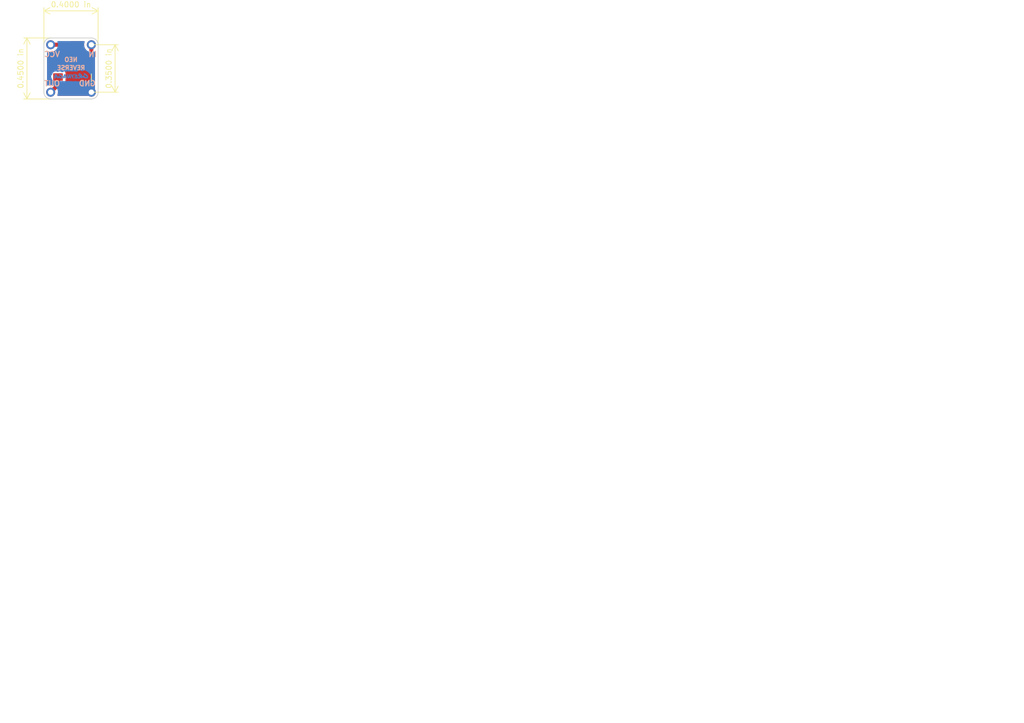
<source format=kicad_pcb>
(kicad_pcb (version 20171130) (host pcbnew 6.0.0-rc1-unknown-ebdc383~66~ubuntu16.04.1)

  (general
    (thickness 1.6)
    (drawings 34)
    (tracks 13)
    (zones 0)
    (modules 5)
    (nets 5)
  )

  (page USLetter)
  (title_block
    (title "Project Title")
  )

  (layers
    (0 F.Cu signal)
    (31 B.Cu signal)
    (34 B.Paste user)
    (35 F.Paste user)
    (36 B.SilkS user)
    (37 F.SilkS user)
    (38 B.Mask user)
    (39 F.Mask user)
    (44 Edge.Cuts user)
    (46 B.CrtYd user)
    (47 F.CrtYd user)
    (48 B.Fab user)
    (49 F.Fab user)
  )

  (setup
    (last_trace_width 0.254)
    (user_trace_width 0.1524)
    (user_trace_width 0.254)
    (user_trace_width 0.3302)
    (user_trace_width 0.508)
    (user_trace_width 0.762)
    (user_trace_width 1.27)
    (trace_clearance 0.254)
    (zone_clearance 0.508)
    (zone_45_only no)
    (trace_min 0.1524)
    (via_size 0.6858)
    (via_drill 0.3302)
    (via_min_size 0.6858)
    (via_min_drill 0.3302)
    (user_via 0.6858 0.3302)
    (user_via 0.762 0.4064)
    (user_via 0.8636 0.508)
    (uvia_size 0.6858)
    (uvia_drill 0.3302)
    (uvias_allowed no)
    (uvia_min_size 0)
    (uvia_min_drill 0)
    (edge_width 0.1524)
    (segment_width 0.1524)
    (pcb_text_width 0.1524)
    (pcb_text_size 1.016 1.016)
    (mod_edge_width 0.1524)
    (mod_text_size 1.016 1.016)
    (mod_text_width 0.1524)
    (pad_size 1.524 1.524)
    (pad_drill 0.762)
    (pad_to_mask_clearance 0.0762)
    (solder_mask_min_width 0.1016)
    (pad_to_paste_clearance -0.0762)
    (aux_axis_origin 0 0)
    (visible_elements FFFFDF7D)
    (pcbplotparams
      (layerselection 0x310fc_ffffffff)
      (usegerberextensions true)
      (usegerberattributes false)
      (usegerberadvancedattributes false)
      (creategerberjobfile false)
      (excludeedgelayer true)
      (linewidth 0.100000)
      (plotframeref false)
      (viasonmask false)
      (mode 1)
      (useauxorigin false)
      (hpglpennumber 1)
      (hpglpenspeed 20)
      (hpglpendiameter 15.000000)
      (psnegative false)
      (psa4output false)
      (plotreference true)
      (plotvalue true)
      (plotinvisibletext false)
      (padsonsilk false)
      (subtractmaskfromsilk false)
      (outputformat 1)
      (mirror false)
      (drillshape 0)
      (scaleselection 1)
      (outputdirectory "/home/greynaga/Documents/KiCad/github/Varios/Varios/ws2812b_reverse/gerbers/"))
  )

  (net 0 "")
  (net 1 VCC)
  (net 2 GND)
  (net 3 "Net-(J2-Pad1)")
  (net 4 "Net-(J1-Pad2)")

  (net_class Default "This is the default net class."
    (clearance 0.254)
    (trace_width 0.254)
    (via_dia 0.6858)
    (via_drill 0.3302)
    (uvia_dia 0.6858)
    (uvia_drill 0.3302)
    (add_net GND)
    (add_net "Net-(J1-Pad2)")
    (add_net "Net-(J2-Pad1)")
    (add_net VCC)
  )

  (module Firma:GReynaga.CuMask3 (layer B.Cu) (tedit 5B64F027) (tstamp 5C4AA7EC)
    (at 0 2.032 180)
    (descr "Imported from SVG/GReynaga.svg")
    (tags svg2mod)
    (attr smd)
    (fp_text reference svg2mod (at 0 3.573244 180) (layer B.SilkS) hide
      (effects (font (size 1.524 1.524) (thickness 0.3048)) (justify mirror))
    )
    (fp_text value G*** (at 0 -3.573244 180) (layer B.SilkS) hide
      (effects (font (size 1.524 1.524) (thickness 0.3048)) (justify mirror))
    )
    (fp_poly (pts (xy 3.122325 -0.357007) (xy 2.739494 -0.127833) (xy 2.811028 -0.122534) (xy 2.883879 -0.110613)
      (xy 2.864009 -0.028481) (xy 2.84149 0.057624) (xy 2.833541 0.044377) (xy 2.781878 -0.017884)
      (xy 2.740812 -0.082794) (xy 2.724917 -0.106639) (xy 2.710346 -0.130483) (xy 2.724917 -0.129158)
      (xy 2.739487 -0.127834) (xy 2.739494 -0.127833) (xy 3.122325 -0.357007) (xy 3.098481 -0.403371)
      (xy 3.062714 -0.444437) (xy 3.017674 -0.47358) (xy 2.964686 -0.486827) (xy 2.940842 -0.477555)
      (xy 2.928921 -0.469606) (xy 2.920972 -0.465632) (xy 2.915672 -0.461658) (xy 2.899777 -0.455035)
      (xy 2.905077 -0.437814) (xy 2.903739 -0.421917) (xy 2.887844 -0.404696) (xy 2.879894 -0.396748)
      (xy 2.87327 -0.3888) (xy 2.850751 -0.36363) (xy 2.886517 -0.354358) (xy 2.930232 -0.330513)
      (xy 2.939506 -0.281499) (xy 2.894466 -0.280174) (xy 2.858699 -0.289447) (xy 2.809686 -0.301369)
      (xy 2.756698 -0.305343) (xy 2.736828 -0.305343) (xy 2.716958 -0.302693) (xy 2.703713 -0.300044)
      (xy 2.698413 -0.284147) (xy 2.693114 -0.278848) (xy 2.67854 -0.261627) (xy 2.675897 -0.232484)
      (xy 2.667948 -0.208639) (xy 2.656024 -0.241756) (xy 2.650724 -0.255003) (xy 2.637479 -0.257653)
      (xy 2.633504 -0.264277) (xy 2.632167 -0.2709) (xy 2.625542 -0.29342) (xy 2.620243 -0.298719)
      (xy 2.614943 -0.302693) (xy 2.608319 -0.326537) (xy 2.60037 -0.349057) (xy 2.588446 -0.383499)
      (xy 2.585803 -0.415292) (xy 2.580503 -0.429864) (xy 2.565933 -0.443111) (xy 2.550038 -0.451059)
      (xy 2.542088 -0.456358) (xy 2.535464 -0.459008) (xy 2.531489 -0.473579) (xy 2.515594 -0.476229)
      (xy 2.4944 -0.480203) (xy 2.481154 -0.481528) (xy 2.467909 -0.480203) (xy 2.445389 -0.461657)
      (xy 2.426844 -0.447086) (xy 2.413599 -0.423241) (xy 2.410956 -0.408669) (xy 2.408312 -0.395422)
      (xy 2.404338 -0.387474) (xy 2.387118 -0.371578) (xy 2.401688 -0.359655) (xy 2.403026 -0.337135)
      (xy 2.458663 -0.207315) (xy 2.520924 -0.080144) (xy 2.540794 -0.037753) (xy 2.561989 0.004637)
      (xy 2.560651 0.01391) (xy 2.563294 0.025832) (xy 2.587138 0.065573) (xy 2.605683 0.102665)
      (xy 2.626878 0.14638) (xy 2.656022 0.190095) (xy 2.677216 0.199368) (xy 2.68649 0.202018)
      (xy 2.698414 0.204667) (xy 2.718284 0.202018) (xy 2.783194 0.249707) (xy 2.840156 0.325215)
      (xy 2.853402 0.343761) (xy 2.870622 0.333163) (xy 2.889167 0.325215) (xy 2.914336 0.318591)
      (xy 2.959376 0.306669) (xy 2.993818 0.286799) (xy 3.003092 0.255006) (xy 3.007067 0.23381)
      (xy 3.013691 0.188771) (xy 3.01899 0.138432) (xy 3.029589 0.093392) (xy 3.038864 0.049677)
      (xy 3.052109 -0.012584) (xy 3.069329 -0.068221) (xy 3.082574 -0.069546) (xy 3.09582 -0.065572)
      (xy 3.11304 -0.062922) (xy 3.127614 -0.061598) (xy 3.132913 -0.074845) (xy 3.146158 -0.088092)
      (xy 3.171328 -0.09604) (xy 3.185898 -0.107962) (xy 3.196497 -0.11591) (xy 3.216367 -0.123859)
      (xy 3.205768 -0.143729) (xy 3.167351 -0.190094) (xy 3.113039 -0.22586) (xy 3.114377 -0.241757)
      (xy 3.118351 -0.256329) (xy 3.124976 -0.302693) (xy 3.124976 -0.351707) (xy 3.122332 -0.357006)
      (xy 3.122325 -0.357007)) (layer B.Cu) (width 0))
    (fp_poly (pts (xy 2.475871 -0.229836) (xy 2.392415 -0.31859) (xy 2.278491 -0.370254) (xy 2.147345 -0.406021)
      (xy 2.0162 -0.447086) (xy 1.983082 -0.448411) (xy 1.956588 -0.452386) (xy 1.932744 -0.456359)
      (xy 1.90625 -0.459009) (xy 1.899625 -0.461659) (xy 1.895651 -0.466958) (xy 1.854585 -0.470932)
      (xy 1.825441 -0.470932) (xy 1.792324 -0.474906) (xy 1.76318 -0.47888) (xy 1.606868 -0.40867)
      (xy 1.544606 -0.225861) (xy 1.541963 -0.217913) (xy 1.536664 -0.213939) (xy 1.539307 -0.191419)
      (xy 1.540645 -0.167574) (xy 1.618802 -0.032455) (xy 1.723454 0.07882) (xy 1.739349 0.094717)
      (xy 1.751273 0.110613) (xy 1.765843 0.12386) (xy 1.785713 0.133133) (xy 1.851948 0.19142)
      (xy 1.932754 0.241758) (xy 2.01621 0.290772) (xy 2.093043 0.34641) (xy 2.114238 0.342436)
      (xy 2.128811 0.342436) (xy 2.153981 0.314617) (xy 2.187098 0.297396) (xy 2.218892 0.277525)
      (xy 2.241411 0.245733) (xy 2.233462 0.239109) (xy 2.237437 0.227187) (xy 2.238775 0.215265)
      (xy 2.229501 0.209966) (xy 2.23745 0.202018) (xy 2.245399 0.195395) (xy 2.241424 0.184797)
      (xy 2.241424 0.17155) (xy 2.181813 0.138432) (xy 2.114253 0.10399) (xy 2.041395 0.065574)
      (xy 1.968536 0.019209) (xy 1.895678 -0.040402) (xy 1.824144 -0.107962) (xy 1.759234 -0.182145)
      (xy 1.70757 -0.256328) (xy 1.71287 -0.266926) (xy 1.719494 -0.276199) (xy 1.797651 -0.276199)
      (xy 1.871834 -0.280173) (xy 1.877134 -0.272225) (xy 1.883758 -0.264277) (xy 2.024177 -0.240432)
      (xy 2.156647 -0.204665) (xy 2.136777 -0.198042) (xy 2.120882 -0.191418) (xy 2.120882 -0.180821)
      (xy 2.134127 -0.170223) (xy 2.103658 -0.143729) (xy 2.090413 -0.101338) (xy 2.098362 -0.085442)
      (xy 2.090413 -0.07087) (xy 2.083789 -0.07087) (xy 2.081145 -0.074844) (xy 2.079807 -0.080143)
      (xy 2.073183 -0.078818) (xy 2.078483 -0.058948) (xy 2.086432 -0.040402) (xy 2.177836 0.020534)
      (xy 2.213603 -0.00331) (xy 2.257318 -0.02848) (xy 2.305007 -0.053649) (xy 2.351372 -0.077494)
      (xy 2.384489 -0.098689) (xy 2.412309 -0.126508) (xy 2.438803 -0.153002) (xy 2.47192 -0.175522)
      (xy 2.473258 -0.20334) (xy 2.475901 -0.229834) (xy 2.475871 -0.229836)) (layer B.Cu) (width 0))
    (fp_poly (pts (xy 1.447904 -0.357007) (xy 1.065065 -0.127834) (xy 1.136599 -0.122535) (xy 1.209458 -0.110613)
      (xy 1.189588 -0.028481) (xy 1.167068 0.057624) (xy 1.159119 0.044377) (xy 1.107456 -0.017884)
      (xy 1.06639 -0.082794) (xy 1.050495 -0.106639) (xy 1.035924 -0.130483) (xy 1.050495 -0.129158)
      (xy 1.065065 -0.127834) (xy 1.447904 -0.357007) (xy 1.424059 -0.403371) (xy 1.388293 -0.444437)
      (xy 1.343253 -0.47358) (xy 1.290265 -0.486827) (xy 1.26642 -0.477555) (xy 1.254496 -0.469606)
      (xy 1.246547 -0.465632) (xy 1.241248 -0.461658) (xy 1.225353 -0.455035) (xy 1.230652 -0.437814)
      (xy 1.229314 -0.421917) (xy 1.213419 -0.404696) (xy 1.20547 -0.396748) (xy 1.198845 -0.3888)
      (xy 1.176326 -0.36363) (xy 1.212093 -0.354358) (xy 1.255808 -0.330513) (xy 1.265082 -0.281499)
      (xy 1.220042 -0.280174) (xy 1.184275 -0.289447) (xy 1.135261 -0.301369) (xy 1.082273 -0.305343)
      (xy 1.062404 -0.305343) (xy 1.042534 -0.302693) (xy 1.029288 -0.300044) (xy 1.023989 -0.284147)
      (xy 1.018689 -0.278848) (xy 1.004119 -0.261627) (xy 1.001476 -0.232484) (xy 0.993527 -0.208639)
      (xy 0.981603 -0.241756) (xy 0.976303 -0.255003) (xy 0.963058 -0.257653) (xy 0.959083 -0.264277)
      (xy 0.957745 -0.2709) (xy 0.951121 -0.29342) (xy 0.945822 -0.298719) (xy 0.940522 -0.302693)
      (xy 0.933898 -0.326537) (xy 0.925948 -0.349057) (xy 0.914025 -0.383499) (xy 0.911381 -0.415292)
      (xy 0.906082 -0.429864) (xy 0.891512 -0.443111) (xy 0.875616 -0.451059) (xy 0.867667 -0.456358)
      (xy 0.861043 -0.459008) (xy 0.857068 -0.473579) (xy 0.841173 -0.476229) (xy 0.819978 -0.480203)
      (xy 0.806733 -0.481528) (xy 0.793488 -0.480203) (xy 0.770968 -0.461657) (xy 0.752423 -0.447086)
      (xy 0.739178 -0.423241) (xy 0.736534 -0.408669) (xy 0.733891 -0.395422) (xy 0.729917 -0.387474)
      (xy 0.712697 -0.371578) (xy 0.727267 -0.359655) (xy 0.728605 -0.337135) (xy 0.784242 -0.207315)
      (xy 0.846503 -0.080144) (xy 0.866373 -0.037753) (xy 0.887568 0.004637) (xy 0.88623 0.01391)
      (xy 0.888873 0.025832) (xy 0.912717 0.065573) (xy 0.931262 0.102665) (xy 0.952457 0.14638)
      (xy 0.981601 0.190095) (xy 1.002796 0.199368) (xy 1.01207 0.202018) (xy 1.023993 0.204667)
      (xy 1.043863 0.202018) (xy 1.108773 0.249707) (xy 1.165736 0.325215) (xy 1.178981 0.343761)
      (xy 1.196201 0.333163) (xy 1.214746 0.325215) (xy 1.239915 0.318591) (xy 1.284955 0.306669)
      (xy 1.319397 0.286799) (xy 1.328672 0.255006) (xy 1.332646 0.23381) (xy 1.339271 0.188771)
      (xy 1.34457 0.138432) (xy 1.355169 0.093392) (xy 1.364443 0.049677) (xy 1.377688 -0.012584)
      (xy 1.394909 -0.068221) (xy 1.408154 -0.069546) (xy 1.421399 -0.065572) (xy 1.438619 -0.062922)
      (xy 1.45319 -0.061598) (xy 1.458489 -0.074845) (xy 1.471735 -0.088092) (xy 1.496904 -0.09604)
      (xy 1.511474 -0.107962) (xy 1.522073 -0.11591) (xy 1.541943 -0.123859) (xy 1.531344 -0.143729)
      (xy 1.492928 -0.190094) (xy 1.438615 -0.22586) (xy 1.439953 -0.241757) (xy 1.443928 -0.256329)
      (xy 1.450552 -0.302693) (xy 1.450552 -0.351707) (xy 1.447909 -0.357006) (xy 1.447904 -0.357007)) (layer B.Cu) (width 0))
    (fp_poly (pts (xy 0.253024 -0.227186) (xy 0.235804 -0.241758) (xy 0.225208 -0.264278) (xy 0.215934 -0.286797)
      (xy 0.202685 -0.29607) (xy 0.194736 -0.314616) (xy 0.184137 -0.331837) (xy 0.176188 -0.350383)
      (xy 0.178831 -0.372903) (xy 0.165586 -0.395423) (xy 0.158961 -0.423241) (xy 0.148362 -0.445761)
      (xy 0.119219 -0.45371) (xy 0.117881 -0.460333) (xy 0.121855 -0.469606) (xy 0.099336 -0.470931)
      (xy 0.082116 -0.477554) (xy 0.039725 -0.449735) (xy 0.010581 -0.40602) (xy -0.011938 -0.355682)
      (xy -0.030483 -0.311966) (xy -0.029145 -0.284148) (xy -0.038419 -0.260303) (xy 0.103323 0.03378)
      (xy 0.249041 0.342436) (xy 0.308652 0.314617) (xy 0.362965 0.280175) (xy 0.405355 0.23381)
      (xy 0.427875 0.176848) (xy 0.421251 0.170225) (xy 0.415951 0.1689) (xy 0.421251 0.159627)
      (xy 0.421251 0.154328) (xy 0.421251 0.14638) (xy 0.425225 0.134458) (xy 0.417276 0.133133)
      (xy 0.409327 0.133133) (xy 0.41197 0.109288) (xy 0.40667 0.092067) (xy 0.400046 0.076171)
      (xy 0.401384 0.054975) (xy 0.39476 0.052326) (xy 0.392116 0.048351) (xy 0.388142 0.044377)
      (xy 0.382842 0.044377) (xy 0.385486 -0.013909) (xy 0.382842 -0.073521) (xy 0.38418 -0.135782)
      (xy 0.393454 -0.202017) (xy 0.468962 -0.130483) (xy 0.515327 -0.032455) (xy 0.543146 0.084118)
      (xy 0.563016 0.21129) (xy 0.58156 0.240433) (xy 0.593484 0.2762) (xy 0.604083 0.314616)
      (xy 0.617329 0.350383) (xy 0.650446 0.337136) (xy 0.67694 0.315941) (xy 0.70211 0.294746)
      (xy 0.735227 0.282823) (xy 0.764371 0.239108) (xy 0.781591 0.194069) (xy 0.770992 0.170224)
      (xy 0.764368 0.14373) (xy 0.753769 0.11856) (xy 0.735224 0.100014) (xy 0.724625 0.036429)
      (xy 0.712701 -0.019209) (xy 0.703427 -0.077495) (xy 0.700784 -0.142406) (xy 0.678264 -0.207316)
      (xy 0.659719 -0.269577) (xy 0.626602 -0.310643) (xy 0.601433 -0.358332) (xy 0.594808 -0.360982)
      (xy 0.585534 -0.357008) (xy 0.585534 -0.364956) (xy 0.58156 -0.370255) (xy 0.578916 -0.375554)
      (xy 0.58156 -0.386151) (xy 0.548442 -0.408671) (xy 0.516648 -0.435165) (xy 0.476907 -0.451061)
      (xy 0.417296 -0.441789) (xy 0.320584 -0.350383) (xy 0.253024 -0.227186)) (layer B.Cu) (width 0))
    (fp_poly (pts (xy -0.137763 -0.12121) (xy -0.153658 -0.141081) (xy -0.166904 -0.1636) (xy -0.181474 -0.191419)
      (xy -0.201344 -0.215264) (xy -0.214589 -0.247057) (xy -0.235784 -0.272226) (xy -0.298044 -0.387475)
      (xy -0.305994 -0.41132) (xy -0.317914 -0.432515) (xy -0.323214 -0.441788) (xy -0.327188 -0.448411)
      (xy -0.329832 -0.461658) (xy -0.344402 -0.480204) (xy -0.358972 -0.494776) (xy -0.368246 -0.505373)
      (xy -0.388116 -0.513322) (xy -0.50603 -0.409995) (xy -0.504692 -0.396748) (xy -0.500717 -0.383501)
      (xy -0.495418 -0.367604) (xy -0.483497 -0.330513) (xy -0.460977 -0.297395) (xy -0.449057 -0.268252)
      (xy -0.417263 -0.205991) (xy -0.388119 -0.155652) (xy -0.370899 -0.126509) (xy -0.402693 -0.088092)
      (xy -0.433162 -0.024507) (xy -0.451707 0.029806) (xy -0.455681 0.05895) (xy -0.460981 0.084119)
      (xy -0.467605 0.113262) (xy -0.470248 0.14373) (xy -0.478197 0.162276) (xy -0.475554 0.175523)
      (xy -0.474216 0.199368) (xy -0.480841 0.231161) (xy -0.487465 0.260304) (xy -0.488803 0.292097)
      (xy -0.480854 0.321241) (xy -0.455684 0.34641) (xy -0.433165 0.347735) (xy -0.410645 0.334488)
      (xy -0.388126 0.322565) (xy -0.360307 0.309318) (xy -0.332488 0.292097) (xy -0.323214 0.273551)
      (xy -0.305994 0.25898) (xy -0.305994 0.244408) (xy -0.304656 0.229837) (xy -0.299356 0.208641)
      (xy -0.294057 0.192745) (xy -0.290082 0.156978) (xy -0.282133 0.12651) (xy -0.274184 0.096042)
      (xy -0.272846 0.061599) (xy -0.2596 0.070872) (xy -0.254301 0.074846) (xy -0.249001 0.07882)
      (xy -0.170844 0.184796) (xy -0.173487 0.198044) (xy -0.145668 0.224538) (xy -0.125799 0.244408)
      (xy -0.108579 0.264279) (xy -0.094005 0.274876) (xy 0.0265 0.357007) (xy 0.045045 0.359657)
      (xy 0.050344 0.342435) (xy 0.071539 0.315941) (xy 0.107306 0.293421) (xy 0.119226 0.285473)
      (xy 0.125851 0.265603) (xy 0.124513 0.253681) (xy 0.129812 0.240434) (xy 0.103318 0.194069)
      (xy 0.074174 0.167575) (xy 0.051655 0.147704) (xy 0.037084 0.126509) (xy 0.02781 0.115911)
      (xy -0.007942 0.073521) (xy -0.011917 0.057624) (xy -0.027812 0.057624) (xy -0.034436 0.052326)
      (xy -0.047682 0.029806) (xy -0.060931 0.012585) (xy -0.067555 0.005961) (xy -0.071529 -0.004636)
      (xy -0.075504 -0.015234) (xy -0.096699 -0.041728) (xy -0.105973 -0.060274) (xy -0.116569 -0.081469)
      (xy -0.131142 -0.10134) (xy -0.137766 -0.12121) (xy -0.137763 -0.12121)) (layer B.Cu) (width 0))
    (fp_poly (pts (xy -0.529874 0.277525) (xy -0.529874 0.262953) (xy -0.531212 0.255005) (xy -0.531212 0.245732)
      (xy -0.528569 0.232485) (xy -0.593479 0.170224) (xy -0.671637 0.146379) (xy -0.759067 0.131808)
      (xy -0.846497 0.097366) (xy -0.878291 0.097366) (xy -0.918032 0.093391) (xy -0.937901 0.081469)
      (xy -0.961746 0.074846) (xy -0.957771 0.049676) (xy -0.953797 0.029806) (xy -0.851795 0.031131)
      (xy -0.74052 0.037754) (xy -0.741858 0.028481) (xy -0.743196 0.021858) (xy -0.724651 0.004637)
      (xy -0.706106 -0.013909) (xy -0.687561 -0.029805) (xy -0.663717 -0.03378) (xy -0.657092 -0.057624)
      (xy -0.659735 -0.082794) (xy -0.702126 -0.113262) (xy -0.747165 -0.139756) (xy -0.796179 -0.159626)
      (xy -0.853142 -0.164925) (xy -0.863741 -0.164925) (xy -0.87169 -0.160951) (xy -0.902159 -0.164925)
      (xy -0.931303 -0.168899) (xy -0.967069 -0.1636) (xy -1.002836 -0.158301) (xy -1.041253 -0.217913)
      (xy -1.071721 -0.285473) (xy -0.997538 -0.290772) (xy -0.940576 -0.286798) (xy -0.886263 -0.280174)
      (xy -0.816054 -0.277524) (xy -0.753793 -0.258979) (xy -0.686233 -0.243082) (xy -0.667689 -0.257654)
      (xy -0.653115 -0.2762) (xy -0.63722 -0.290771) (xy -0.61735 -0.29607) (xy -0.610726 -0.309317)
      (xy -0.606751 -0.322564) (xy -0.602776 -0.334486) (xy -0.590856 -0.337136) (xy -0.63722 -0.404696)
      (xy -0.695507 -0.439138) (xy -0.769691 -0.457684) (xy -0.858445 -0.47358) (xy -0.878315 -0.472256)
      (xy -0.89686 -0.469606) (xy -0.969719 -0.481528) (xy -1.055824 -0.485502) (xy -1.13928 -0.47358)
      (xy -1.204147 -0.439138) (xy -1.218718 -0.417943) (xy -1.23594 -0.398072) (xy -1.241238 -0.359656)
      (xy -1.249187 -0.315941) (xy -1.25581 -0.269577) (xy -1.25316 -0.228511) (xy -1.237264 -0.192744)
      (xy -1.227991 -0.158302) (xy -1.220043 -0.151678) (xy -1.209445 -0.146379) (xy -1.192224 -0.10134)
      (xy -1.173678 -0.060274) (xy -1.153808 -0.020533) (xy -1.133938 0.025832) (xy -1.161757 0.062923)
      (xy -1.17368 0.103989) (xy -1.180303 0.146379) (xy -1.189576 0.191419) (xy -1.157783 0.223212)
      (xy -1.115393 0.244407) (xy -1.066379 0.257654) (xy -1.010741 0.269577) (xy -0.916688 0.296071)
      (xy -0.834556 0.310642) (xy -0.749775 0.322565) (xy -0.650423 0.338461) (xy -0.627903 0.326539)
      (xy -0.615979 0.333162) (xy -0.609355 0.341111) (xy -0.576237 0.302694) (xy -0.529873 0.277525)
      (xy -0.529874 0.277525)) (layer B.Cu) (width 0))
    (fp_poly (pts (xy -2.108917 -0.354357) (xy -1.78304 0.114587) (xy -1.80556 0.053651) (xy -1.688986 0.084119)
      (xy -1.573737 0.131808) (xy -1.60818 0.209965) (xy -1.666467 0.251031) (xy -1.666466 0.251032)
      (xy -1.704883 0.204667) (xy -1.747273 0.162277) (xy -1.78304 0.114587) (xy -2.108917 -0.354357)
      (xy -2.120839 -0.345085) (xy -2.132761 -0.322565) (xy -2.11819 -0.322565) (xy -2.123489 -0.269577)
      (xy -2.111566 -0.221887) (xy -2.100969 -0.176848) (xy -2.104943 -0.130483) (xy -2.09567 -0.127833)
      (xy -2.090371 -0.109287) (xy -2.089046 -0.085443) (xy -2.090371 -0.064247) (xy -2.063877 0.020533)
      (xy -2.045331 0.106639) (xy -2.02811 0.190095) (xy -2.001616 0.266928) (xy -1.9632 0.261629)
      (xy -1.935381 0.244408) (xy -1.862523 0.32124) (xy -1.798937 0.40867) (xy -1.724754 0.485503)
      (xy -1.622752 0.525244) (xy -1.551218 0.47623) (xy -1.486308 0.412644) (xy -1.466437 0.398073)
      (xy -1.445242 0.384825) (xy -1.445242 0.364955) (xy -1.414774 0.323889) (xy -1.392254 0.274875)
      (xy -1.372384 0.223212) (xy -1.351188 0.174198) (xy -1.353838 0.159627) (xy -1.351188 0.147704)
      (xy -1.347214 0.134457) (xy -1.345889 0.117236) (xy -1.392254 0.003312) (xy -1.490282 -0.066897)
      (xy -1.612154 -0.113262) (xy -1.730053 -0.154328) (xy -1.724754 -0.159626) (xy -1.72078 -0.167575)
      (xy -1.659843 -0.205991) (xy -1.618778 -0.23116) (xy -1.576387 -0.247057) (xy -1.511477 -0.262953)
      (xy -1.447891 -0.27885) (xy -1.405501 -0.288122) (xy -1.36576 -0.293421) (xy -1.308798 -0.300045)
      (xy -1.284953 -0.334487) (xy -1.271706 -0.374228) (xy -1.270381 -0.412644) (xy -1.280979 -0.440463)
      (xy -1.274355 -0.445762) (xy -1.261108 -0.445762) (xy -1.277005 -0.461658) (xy -1.290252 -0.480204)
      (xy -1.306148 -0.497425) (xy -1.327344 -0.506698) (xy -1.449216 -0.508023) (xy -1.638648 -0.447086)
      (xy -1.731377 -0.40867) (xy -1.793638 -0.375553) (xy -1.842652 -0.339786) (xy -1.894316 -0.293421)
      (xy -1.899614 -0.29872) (xy -1.903588 -0.304019) (xy -1.924784 -0.390124) (xy -1.964525 -0.457684)
      (xy -1.993668 -0.461658) (xy -2.010889 -0.47623) (xy -2.030759 -0.474905) (xy -2.042682 -0.468281)
      (xy -2.054604 -0.460333) (xy -2.075799 -0.457683) (xy -2.083747 -0.435164) (xy -2.104943 -0.424566)
      (xy -2.102293 -0.404695) (xy -2.106267 -0.388799) (xy -2.111566 -0.372902) (xy -2.108916 -0.354357)
      (xy -2.108917 -0.354357)) (layer B.Cu) (width 0))
    (fp_poly (pts (xy -3.216367 -0.154328) (xy -3.212393 -0.127833) (xy -3.211068 -0.097365) (xy -3.118339 0.064248)
      (xy -2.992492 0.196718) (xy -2.973946 0.215264) (xy -2.959375 0.235134) (xy -2.942154 0.251031)
      (xy -2.918309 0.261629) (xy -2.838827 0.331838) (xy -2.742124 0.392774) (xy -2.641447 0.452385)
      (xy -2.548718 0.51862) (xy -2.526198 0.511997) (xy -2.507652 0.513322) (xy -2.477184 0.477555)
      (xy -2.437443 0.457685) (xy -2.399026 0.43384) (xy -2.371208 0.396748) (xy -2.38048 0.390125)
      (xy -2.376506 0.375553) (xy -2.373857 0.360982) (xy -2.385779 0.354358) (xy -2.376506 0.345085)
      (xy -2.367233 0.335813) (xy -2.371208 0.322566) (xy -2.371208 0.307994) (xy -2.442742 0.266927)
      (xy -2.524873 0.227186) (xy -2.612303 0.180822) (xy -2.699733 0.125184) (xy -2.788488 0.054975)
      (xy -2.873269 -0.027156) (xy -2.950102 -0.115911) (xy -3.011038 -0.204666) (xy -3.004415 -0.216588)
      (xy -2.996466 -0.228511) (xy -2.902413 -0.228511) (xy -2.814982 -0.233809) (xy -2.808359 -0.223212)
      (xy -2.800411 -0.213939) (xy -2.632174 -0.184796) (xy -2.47321 -0.142405) (xy -2.5156 -0.127834)
      (xy -2.5156 -0.114587) (xy -2.501029 -0.10134) (xy -2.536796 -0.069547) (xy -2.552692 -0.017883)
      (xy -2.543419 0.000663) (xy -2.552692 0.017884) (xy -2.56064 0.017884) (xy -2.56329 0.012585)
      (xy -2.56594 0.007286) (xy -2.572563 0.007286) (xy -2.56594 0.031131) (xy -2.557992 0.053651)
      (xy -2.44804 0.126509) (xy -2.40565 0.09869) (xy -2.352662 0.069547) (xy -2.2957 0.039079)
      (xy -2.241387 0.009935) (xy -2.200321 -0.016559) (xy -2.167204 -0.048352) (xy -2.135411 -0.080145)
      (xy -2.096995 -0.106639) (xy -2.094345 -0.141081) (xy -2.091695 -0.172874) (xy -2.152632 -0.249707)
      (xy -2.233438 -0.302695) (xy -2.327492 -0.341111) (xy -2.430819 -0.370255) (xy -2.538119 -0.399398)
      (xy -2.642771 -0.43384) (xy -2.681187 -0.435165) (xy -2.711655 -0.439139) (xy -2.740799 -0.444438)
      (xy -2.772592 -0.448412) (xy -2.781865 -0.451062) (xy -2.787163 -0.457685) (xy -2.834853 -0.461659)
      (xy -2.870619 -0.461659) (xy -2.909036 -0.466958) (xy -2.946127 -0.470932) (xy -3.13291 -0.38615)
      (xy -3.207094 -0.167575) (xy -3.209743 -0.159626) (xy -3.216367 -0.154328)) (layer B.Cu) (width 0))
    (fp_poly (pts (xy 3.122325 -0.357007) (xy 2.739494 -0.127833) (xy 2.811028 -0.122534) (xy 2.883879 -0.110613)
      (xy 2.864009 -0.028481) (xy 2.84149 0.057624) (xy 2.833541 0.044377) (xy 2.781878 -0.017884)
      (xy 2.740812 -0.082794) (xy 2.724917 -0.106639) (xy 2.710346 -0.130483) (xy 2.724917 -0.129158)
      (xy 2.739487 -0.127834) (xy 2.739494 -0.127833) (xy 3.122325 -0.357007) (xy 3.098481 -0.403371)
      (xy 3.062714 -0.444437) (xy 3.017674 -0.47358) (xy 2.964686 -0.486827) (xy 2.940842 -0.477555)
      (xy 2.928921 -0.469606) (xy 2.920972 -0.465632) (xy 2.915672 -0.461658) (xy 2.899777 -0.455035)
      (xy 2.905077 -0.437814) (xy 2.903739 -0.421917) (xy 2.887844 -0.404696) (xy 2.879894 -0.396748)
      (xy 2.87327 -0.3888) (xy 2.850751 -0.36363) (xy 2.886517 -0.354358) (xy 2.930232 -0.330513)
      (xy 2.939506 -0.281499) (xy 2.894466 -0.280174) (xy 2.858699 -0.289447) (xy 2.809686 -0.301369)
      (xy 2.756698 -0.305343) (xy 2.736828 -0.305343) (xy 2.716958 -0.302693) (xy 2.703713 -0.300044)
      (xy 2.698413 -0.284147) (xy 2.693114 -0.278848) (xy 2.67854 -0.261627) (xy 2.675897 -0.232484)
      (xy 2.667948 -0.208639) (xy 2.656024 -0.241756) (xy 2.650724 -0.255003) (xy 2.637479 -0.257653)
      (xy 2.633504 -0.264277) (xy 2.632167 -0.2709) (xy 2.625542 -0.29342) (xy 2.620243 -0.298719)
      (xy 2.614943 -0.302693) (xy 2.608319 -0.326537) (xy 2.60037 -0.349057) (xy 2.588446 -0.383499)
      (xy 2.585803 -0.415292) (xy 2.580503 -0.429864) (xy 2.565933 -0.443111) (xy 2.550038 -0.451059)
      (xy 2.542088 -0.456358) (xy 2.535464 -0.459008) (xy 2.531489 -0.473579) (xy 2.515594 -0.476229)
      (xy 2.4944 -0.480203) (xy 2.481154 -0.481528) (xy 2.467909 -0.480203) (xy 2.445389 -0.461657)
      (xy 2.426844 -0.447086) (xy 2.413599 -0.423241) (xy 2.410956 -0.408669) (xy 2.408312 -0.395422)
      (xy 2.404338 -0.387474) (xy 2.387118 -0.371578) (xy 2.401688 -0.359655) (xy 2.403026 -0.337135)
      (xy 2.458663 -0.207315) (xy 2.520924 -0.080144) (xy 2.540794 -0.037753) (xy 2.561989 0.004637)
      (xy 2.560651 0.01391) (xy 2.563294 0.025832) (xy 2.587138 0.065573) (xy 2.605683 0.102665)
      (xy 2.626878 0.14638) (xy 2.656022 0.190095) (xy 2.677216 0.199368) (xy 2.68649 0.202018)
      (xy 2.698414 0.204667) (xy 2.718284 0.202018) (xy 2.783194 0.249707) (xy 2.840156 0.325215)
      (xy 2.853402 0.343761) (xy 2.870622 0.333163) (xy 2.889167 0.325215) (xy 2.914336 0.318591)
      (xy 2.959376 0.306669) (xy 2.993818 0.286799) (xy 3.003092 0.255006) (xy 3.007067 0.23381)
      (xy 3.013691 0.188771) (xy 3.01899 0.138432) (xy 3.029589 0.093392) (xy 3.038864 0.049677)
      (xy 3.052109 -0.012584) (xy 3.069329 -0.068221) (xy 3.082574 -0.069546) (xy 3.09582 -0.065572)
      (xy 3.11304 -0.062922) (xy 3.127614 -0.061598) (xy 3.132913 -0.074845) (xy 3.146158 -0.088092)
      (xy 3.171328 -0.09604) (xy 3.185898 -0.107962) (xy 3.196497 -0.11591) (xy 3.216367 -0.123859)
      (xy 3.205768 -0.143729) (xy 3.167351 -0.190094) (xy 3.113039 -0.22586) (xy 3.114377 -0.241757)
      (xy 3.118351 -0.256329) (xy 3.124976 -0.302693) (xy 3.124976 -0.351707) (xy 3.122332 -0.357006)
      (xy 3.122325 -0.357007)) (layer B.Mask) (width 0))
    (fp_poly (pts (xy 2.475871 -0.229836) (xy 2.392415 -0.31859) (xy 2.278491 -0.370254) (xy 2.147345 -0.406021)
      (xy 2.0162 -0.447086) (xy 1.983082 -0.448411) (xy 1.956588 -0.452386) (xy 1.932744 -0.456359)
      (xy 1.90625 -0.459009) (xy 1.899625 -0.461659) (xy 1.895651 -0.466958) (xy 1.854585 -0.470932)
      (xy 1.825441 -0.470932) (xy 1.792324 -0.474906) (xy 1.76318 -0.47888) (xy 1.606868 -0.40867)
      (xy 1.544606 -0.225861) (xy 1.541963 -0.217913) (xy 1.536664 -0.213939) (xy 1.539307 -0.191419)
      (xy 1.540645 -0.167574) (xy 1.618802 -0.032455) (xy 1.723454 0.07882) (xy 1.739349 0.094717)
      (xy 1.751273 0.110613) (xy 1.765843 0.12386) (xy 1.785713 0.133133) (xy 1.851948 0.19142)
      (xy 1.932754 0.241758) (xy 2.01621 0.290772) (xy 2.093043 0.34641) (xy 2.114238 0.342436)
      (xy 2.128811 0.342436) (xy 2.153981 0.314617) (xy 2.187098 0.297396) (xy 2.218892 0.277525)
      (xy 2.241411 0.245733) (xy 2.233462 0.239109) (xy 2.237437 0.227187) (xy 2.238775 0.215265)
      (xy 2.229501 0.209966) (xy 2.23745 0.202018) (xy 2.245399 0.195395) (xy 2.241424 0.184797)
      (xy 2.241424 0.17155) (xy 2.181813 0.138432) (xy 2.114253 0.10399) (xy 2.041395 0.065574)
      (xy 1.968536 0.019209) (xy 1.895678 -0.040402) (xy 1.824144 -0.107962) (xy 1.759234 -0.182145)
      (xy 1.70757 -0.256328) (xy 1.71287 -0.266926) (xy 1.719494 -0.276199) (xy 1.797651 -0.276199)
      (xy 1.871834 -0.280173) (xy 1.877134 -0.272225) (xy 1.883758 -0.264277) (xy 2.024177 -0.240432)
      (xy 2.156647 -0.204665) (xy 2.136777 -0.198042) (xy 2.120882 -0.191418) (xy 2.120882 -0.180821)
      (xy 2.134127 -0.170223) (xy 2.103658 -0.143729) (xy 2.090413 -0.101338) (xy 2.098362 -0.085442)
      (xy 2.090413 -0.07087) (xy 2.083789 -0.07087) (xy 2.081145 -0.074844) (xy 2.079807 -0.080143)
      (xy 2.073183 -0.078818) (xy 2.078483 -0.058948) (xy 2.086432 -0.040402) (xy 2.177836 0.020534)
      (xy 2.213603 -0.00331) (xy 2.257318 -0.02848) (xy 2.305007 -0.053649) (xy 2.351372 -0.077494)
      (xy 2.384489 -0.098689) (xy 2.412309 -0.126508) (xy 2.438803 -0.153002) (xy 2.47192 -0.175522)
      (xy 2.473258 -0.20334) (xy 2.475901 -0.229834) (xy 2.475871 -0.229836)) (layer B.Mask) (width 0))
    (fp_poly (pts (xy 1.447904 -0.357007) (xy 1.065065 -0.127834) (xy 1.136599 -0.122535) (xy 1.209458 -0.110613)
      (xy 1.189588 -0.028481) (xy 1.167068 0.057624) (xy 1.159119 0.044377) (xy 1.107456 -0.017884)
      (xy 1.06639 -0.082794) (xy 1.050495 -0.106639) (xy 1.035924 -0.130483) (xy 1.050495 -0.129158)
      (xy 1.065065 -0.127834) (xy 1.447904 -0.357007) (xy 1.424059 -0.403371) (xy 1.388293 -0.444437)
      (xy 1.343253 -0.47358) (xy 1.290265 -0.486827) (xy 1.26642 -0.477555) (xy 1.254496 -0.469606)
      (xy 1.246547 -0.465632) (xy 1.241248 -0.461658) (xy 1.225353 -0.455035) (xy 1.230652 -0.437814)
      (xy 1.229314 -0.421917) (xy 1.213419 -0.404696) (xy 1.20547 -0.396748) (xy 1.198845 -0.3888)
      (xy 1.176326 -0.36363) (xy 1.212093 -0.354358) (xy 1.255808 -0.330513) (xy 1.265082 -0.281499)
      (xy 1.220042 -0.280174) (xy 1.184275 -0.289447) (xy 1.135261 -0.301369) (xy 1.082273 -0.305343)
      (xy 1.062404 -0.305343) (xy 1.042534 -0.302693) (xy 1.029288 -0.300044) (xy 1.023989 -0.284147)
      (xy 1.018689 -0.278848) (xy 1.004119 -0.261627) (xy 1.001476 -0.232484) (xy 0.993527 -0.208639)
      (xy 0.981603 -0.241756) (xy 0.976303 -0.255003) (xy 0.963058 -0.257653) (xy 0.959083 -0.264277)
      (xy 0.957745 -0.2709) (xy 0.951121 -0.29342) (xy 0.945822 -0.298719) (xy 0.940522 -0.302693)
      (xy 0.933898 -0.326537) (xy 0.925948 -0.349057) (xy 0.914025 -0.383499) (xy 0.911381 -0.415292)
      (xy 0.906082 -0.429864) (xy 0.891512 -0.443111) (xy 0.875616 -0.451059) (xy 0.867667 -0.456358)
      (xy 0.861043 -0.459008) (xy 0.857068 -0.473579) (xy 0.841173 -0.476229) (xy 0.819978 -0.480203)
      (xy 0.806733 -0.481528) (xy 0.793488 -0.480203) (xy 0.770968 -0.461657) (xy 0.752423 -0.447086)
      (xy 0.739178 -0.423241) (xy 0.736534 -0.408669) (xy 0.733891 -0.395422) (xy 0.729917 -0.387474)
      (xy 0.712697 -0.371578) (xy 0.727267 -0.359655) (xy 0.728605 -0.337135) (xy 0.784242 -0.207315)
      (xy 0.846503 -0.080144) (xy 0.866373 -0.037753) (xy 0.887568 0.004637) (xy 0.88623 0.01391)
      (xy 0.888873 0.025832) (xy 0.912717 0.065573) (xy 0.931262 0.102665) (xy 0.952457 0.14638)
      (xy 0.981601 0.190095) (xy 1.002796 0.199368) (xy 1.01207 0.202018) (xy 1.023993 0.204667)
      (xy 1.043863 0.202018) (xy 1.108773 0.249707) (xy 1.165736 0.325215) (xy 1.178981 0.343761)
      (xy 1.196201 0.333163) (xy 1.214746 0.325215) (xy 1.239915 0.318591) (xy 1.284955 0.306669)
      (xy 1.319397 0.286799) (xy 1.328672 0.255006) (xy 1.332646 0.23381) (xy 1.339271 0.188771)
      (xy 1.34457 0.138432) (xy 1.355169 0.093392) (xy 1.364443 0.049677) (xy 1.377688 -0.012584)
      (xy 1.394909 -0.068221) (xy 1.408154 -0.069546) (xy 1.421399 -0.065572) (xy 1.438619 -0.062922)
      (xy 1.45319 -0.061598) (xy 1.458489 -0.074845) (xy 1.471735 -0.088092) (xy 1.496904 -0.09604)
      (xy 1.511474 -0.107962) (xy 1.522073 -0.11591) (xy 1.541943 -0.123859) (xy 1.531344 -0.143729)
      (xy 1.492928 -0.190094) (xy 1.438615 -0.22586) (xy 1.439953 -0.241757) (xy 1.443928 -0.256329)
      (xy 1.450552 -0.302693) (xy 1.450552 -0.351707) (xy 1.447909 -0.357006) (xy 1.447904 -0.357007)) (layer B.Mask) (width 0))
    (fp_poly (pts (xy 0.253024 -0.227186) (xy 0.235804 -0.241758) (xy 0.225208 -0.264278) (xy 0.215934 -0.286797)
      (xy 0.202685 -0.29607) (xy 0.194736 -0.314616) (xy 0.184137 -0.331837) (xy 0.176188 -0.350383)
      (xy 0.178831 -0.372903) (xy 0.165586 -0.395423) (xy 0.158961 -0.423241) (xy 0.148362 -0.445761)
      (xy 0.119219 -0.45371) (xy 0.117881 -0.460333) (xy 0.121855 -0.469606) (xy 0.099336 -0.470931)
      (xy 0.082116 -0.477554) (xy 0.039725 -0.449735) (xy 0.010581 -0.40602) (xy -0.011938 -0.355682)
      (xy -0.030483 -0.311966) (xy -0.029145 -0.284148) (xy -0.038419 -0.260303) (xy 0.103323 0.03378)
      (xy 0.249041 0.342436) (xy 0.308652 0.314617) (xy 0.362965 0.280175) (xy 0.405355 0.23381)
      (xy 0.427875 0.176848) (xy 0.421251 0.170225) (xy 0.415951 0.1689) (xy 0.421251 0.159627)
      (xy 0.421251 0.154328) (xy 0.421251 0.14638) (xy 0.425225 0.134458) (xy 0.417276 0.133133)
      (xy 0.409327 0.133133) (xy 0.41197 0.109288) (xy 0.40667 0.092067) (xy 0.400046 0.076171)
      (xy 0.401384 0.054975) (xy 0.39476 0.052326) (xy 0.392116 0.048351) (xy 0.388142 0.044377)
      (xy 0.382842 0.044377) (xy 0.385486 -0.013909) (xy 0.382842 -0.073521) (xy 0.38418 -0.135782)
      (xy 0.393454 -0.202017) (xy 0.468962 -0.130483) (xy 0.515327 -0.032455) (xy 0.543146 0.084118)
      (xy 0.563016 0.21129) (xy 0.58156 0.240433) (xy 0.593484 0.2762) (xy 0.604083 0.314616)
      (xy 0.617329 0.350383) (xy 0.650446 0.337136) (xy 0.67694 0.315941) (xy 0.70211 0.294746)
      (xy 0.735227 0.282823) (xy 0.764371 0.239108) (xy 0.781591 0.194069) (xy 0.770992 0.170224)
      (xy 0.764368 0.14373) (xy 0.753769 0.11856) (xy 0.735224 0.100014) (xy 0.724625 0.036429)
      (xy 0.712701 -0.019209) (xy 0.703427 -0.077495) (xy 0.700784 -0.142406) (xy 0.678264 -0.207316)
      (xy 0.659719 -0.269577) (xy 0.626602 -0.310643) (xy 0.601433 -0.358332) (xy 0.594808 -0.360982)
      (xy 0.585534 -0.357008) (xy 0.585534 -0.364956) (xy 0.58156 -0.370255) (xy 0.578916 -0.375554)
      (xy 0.58156 -0.386151) (xy 0.548442 -0.408671) (xy 0.516648 -0.435165) (xy 0.476907 -0.451061)
      (xy 0.417296 -0.441789) (xy 0.320584 -0.350383) (xy 0.253024 -0.227186)) (layer B.Mask) (width 0))
    (fp_poly (pts (xy -0.137763 -0.12121) (xy -0.153658 -0.141081) (xy -0.166904 -0.1636) (xy -0.181474 -0.191419)
      (xy -0.201344 -0.215264) (xy -0.214589 -0.247057) (xy -0.235784 -0.272226) (xy -0.298044 -0.387475)
      (xy -0.305994 -0.41132) (xy -0.317914 -0.432515) (xy -0.323214 -0.441788) (xy -0.327188 -0.448411)
      (xy -0.329832 -0.461658) (xy -0.344402 -0.480204) (xy -0.358972 -0.494776) (xy -0.368246 -0.505373)
      (xy -0.388116 -0.513322) (xy -0.50603 -0.409995) (xy -0.504692 -0.396748) (xy -0.500717 -0.383501)
      (xy -0.495418 -0.367604) (xy -0.483497 -0.330513) (xy -0.460977 -0.297395) (xy -0.449057 -0.268252)
      (xy -0.417263 -0.205991) (xy -0.388119 -0.155652) (xy -0.370899 -0.126509) (xy -0.402693 -0.088092)
      (xy -0.433162 -0.024507) (xy -0.451707 0.029806) (xy -0.455681 0.05895) (xy -0.460981 0.084119)
      (xy -0.467605 0.113262) (xy -0.470248 0.14373) (xy -0.478197 0.162276) (xy -0.475554 0.175523)
      (xy -0.474216 0.199368) (xy -0.480841 0.231161) (xy -0.487465 0.260304) (xy -0.488803 0.292097)
      (xy -0.480854 0.321241) (xy -0.455684 0.34641) (xy -0.433165 0.347735) (xy -0.410645 0.334488)
      (xy -0.388126 0.322565) (xy -0.360307 0.309318) (xy -0.332488 0.292097) (xy -0.323214 0.273551)
      (xy -0.305994 0.25898) (xy -0.305994 0.244408) (xy -0.304656 0.229837) (xy -0.299356 0.208641)
      (xy -0.294057 0.192745) (xy -0.290082 0.156978) (xy -0.282133 0.12651) (xy -0.274184 0.096042)
      (xy -0.272846 0.061599) (xy -0.2596 0.070872) (xy -0.254301 0.074846) (xy -0.249001 0.07882)
      (xy -0.170844 0.184796) (xy -0.173487 0.198044) (xy -0.145668 0.224538) (xy -0.125799 0.244408)
      (xy -0.108579 0.264279) (xy -0.094005 0.274876) (xy 0.0265 0.357007) (xy 0.045045 0.359657)
      (xy 0.050344 0.342435) (xy 0.071539 0.315941) (xy 0.107306 0.293421) (xy 0.119226 0.285473)
      (xy 0.125851 0.265603) (xy 0.124513 0.253681) (xy 0.129812 0.240434) (xy 0.103318 0.194069)
      (xy 0.074174 0.167575) (xy 0.051655 0.147704) (xy 0.037084 0.126509) (xy 0.02781 0.115911)
      (xy -0.007942 0.073521) (xy -0.011917 0.057624) (xy -0.027812 0.057624) (xy -0.034436 0.052326)
      (xy -0.047682 0.029806) (xy -0.060931 0.012585) (xy -0.067555 0.005961) (xy -0.071529 -0.004636)
      (xy -0.075504 -0.015234) (xy -0.096699 -0.041728) (xy -0.105973 -0.060274) (xy -0.116569 -0.081469)
      (xy -0.131142 -0.10134) (xy -0.137766 -0.12121) (xy -0.137763 -0.12121)) (layer B.Mask) (width 0))
    (fp_poly (pts (xy -0.529874 0.277525) (xy -0.529874 0.262953) (xy -0.531212 0.255005) (xy -0.531212 0.245732)
      (xy -0.528569 0.232485) (xy -0.593479 0.170224) (xy -0.671637 0.146379) (xy -0.759067 0.131808)
      (xy -0.846497 0.097366) (xy -0.878291 0.097366) (xy -0.918032 0.093391) (xy -0.937901 0.081469)
      (xy -0.961746 0.074846) (xy -0.957771 0.049676) (xy -0.953797 0.029806) (xy -0.851795 0.031131)
      (xy -0.74052 0.037754) (xy -0.741858 0.028481) (xy -0.743196 0.021858) (xy -0.724651 0.004637)
      (xy -0.706106 -0.013909) (xy -0.687561 -0.029805) (xy -0.663717 -0.03378) (xy -0.657092 -0.057624)
      (xy -0.659735 -0.082794) (xy -0.702126 -0.113262) (xy -0.747165 -0.139756) (xy -0.796179 -0.159626)
      (xy -0.853142 -0.164925) (xy -0.863741 -0.164925) (xy -0.87169 -0.160951) (xy -0.902159 -0.164925)
      (xy -0.931303 -0.168899) (xy -0.967069 -0.1636) (xy -1.002836 -0.158301) (xy -1.041253 -0.217913)
      (xy -1.071721 -0.285473) (xy -0.997538 -0.290772) (xy -0.940576 -0.286798) (xy -0.886263 -0.280174)
      (xy -0.816054 -0.277524) (xy -0.753793 -0.258979) (xy -0.686233 -0.243082) (xy -0.667689 -0.257654)
      (xy -0.653115 -0.2762) (xy -0.63722 -0.290771) (xy -0.61735 -0.29607) (xy -0.610726 -0.309317)
      (xy -0.606751 -0.322564) (xy -0.602776 -0.334486) (xy -0.590856 -0.337136) (xy -0.63722 -0.404696)
      (xy -0.695507 -0.439138) (xy -0.769691 -0.457684) (xy -0.858445 -0.47358) (xy -0.878315 -0.472256)
      (xy -0.89686 -0.469606) (xy -0.969719 -0.481528) (xy -1.055824 -0.485502) (xy -1.13928 -0.47358)
      (xy -1.204147 -0.439138) (xy -1.218718 -0.417943) (xy -1.23594 -0.398072) (xy -1.241238 -0.359656)
      (xy -1.249187 -0.315941) (xy -1.25581 -0.269577) (xy -1.25316 -0.228511) (xy -1.237264 -0.192744)
      (xy -1.227991 -0.158302) (xy -1.220043 -0.151678) (xy -1.209445 -0.146379) (xy -1.192224 -0.10134)
      (xy -1.173678 -0.060274) (xy -1.153808 -0.020533) (xy -1.133938 0.025832) (xy -1.161757 0.062923)
      (xy -1.17368 0.103989) (xy -1.180303 0.146379) (xy -1.189576 0.191419) (xy -1.157783 0.223212)
      (xy -1.115393 0.244407) (xy -1.066379 0.257654) (xy -1.010741 0.269577) (xy -0.916688 0.296071)
      (xy -0.834556 0.310642) (xy -0.749775 0.322565) (xy -0.650423 0.338461) (xy -0.627903 0.326539)
      (xy -0.615979 0.333162) (xy -0.609355 0.341111) (xy -0.576237 0.302694) (xy -0.529873 0.277525)
      (xy -0.529874 0.277525)) (layer B.Mask) (width 0))
    (fp_poly (pts (xy -2.108917 -0.354357) (xy -1.78304 0.114587) (xy -1.80556 0.053651) (xy -1.688986 0.084119)
      (xy -1.573737 0.131808) (xy -1.60818 0.209965) (xy -1.666467 0.251031) (xy -1.666466 0.251032)
      (xy -1.704883 0.204667) (xy -1.747273 0.162277) (xy -1.78304 0.114587) (xy -2.108917 -0.354357)
      (xy -2.120839 -0.345085) (xy -2.132761 -0.322565) (xy -2.11819 -0.322565) (xy -2.123489 -0.269577)
      (xy -2.111566 -0.221887) (xy -2.100969 -0.176848) (xy -2.104943 -0.130483) (xy -2.09567 -0.127833)
      (xy -2.090371 -0.109287) (xy -2.089046 -0.085443) (xy -2.090371 -0.064247) (xy -2.063877 0.020533)
      (xy -2.045331 0.106639) (xy -2.02811 0.190095) (xy -2.001616 0.266928) (xy -1.9632 0.261629)
      (xy -1.935381 0.244408) (xy -1.862523 0.32124) (xy -1.798937 0.40867) (xy -1.724754 0.485503)
      (xy -1.622752 0.525244) (xy -1.551218 0.47623) (xy -1.486308 0.412644) (xy -1.466437 0.398073)
      (xy -1.445242 0.384825) (xy -1.445242 0.364955) (xy -1.414774 0.323889) (xy -1.392254 0.274875)
      (xy -1.372384 0.223212) (xy -1.351188 0.174198) (xy -1.353838 0.159627) (xy -1.351188 0.147704)
      (xy -1.347214 0.134457) (xy -1.345889 0.117236) (xy -1.392254 0.003312) (xy -1.490282 -0.066897)
      (xy -1.612154 -0.113262) (xy -1.730053 -0.154328) (xy -1.724754 -0.159626) (xy -1.72078 -0.167575)
      (xy -1.659843 -0.205991) (xy -1.618778 -0.23116) (xy -1.576387 -0.247057) (xy -1.511477 -0.262953)
      (xy -1.447891 -0.27885) (xy -1.405501 -0.288122) (xy -1.36576 -0.293421) (xy -1.308798 -0.300045)
      (xy -1.284953 -0.334487) (xy -1.271706 -0.374228) (xy -1.270381 -0.412644) (xy -1.280979 -0.440463)
      (xy -1.274355 -0.445762) (xy -1.261108 -0.445762) (xy -1.277005 -0.461658) (xy -1.290252 -0.480204)
      (xy -1.306148 -0.497425) (xy -1.327344 -0.506698) (xy -1.449216 -0.508023) (xy -1.638648 -0.447086)
      (xy -1.731377 -0.40867) (xy -1.793638 -0.375553) (xy -1.842652 -0.339786) (xy -1.894316 -0.293421)
      (xy -1.899614 -0.29872) (xy -1.903588 -0.304019) (xy -1.924784 -0.390124) (xy -1.964525 -0.457684)
      (xy -1.993668 -0.461658) (xy -2.010889 -0.47623) (xy -2.030759 -0.474905) (xy -2.042682 -0.468281)
      (xy -2.054604 -0.460333) (xy -2.075799 -0.457683) (xy -2.083747 -0.435164) (xy -2.104943 -0.424566)
      (xy -2.102293 -0.404695) (xy -2.106267 -0.388799) (xy -2.111566 -0.372902) (xy -2.108916 -0.354357)
      (xy -2.108917 -0.354357)) (layer B.Mask) (width 0))
    (fp_poly (pts (xy -3.216367 -0.154328) (xy -3.212393 -0.127833) (xy -3.211068 -0.097365) (xy -3.118339 0.064248)
      (xy -2.992492 0.196718) (xy -2.973946 0.215264) (xy -2.959375 0.235134) (xy -2.942154 0.251031)
      (xy -2.918309 0.261629) (xy -2.838827 0.331838) (xy -2.742124 0.392774) (xy -2.641447 0.452385)
      (xy -2.548718 0.51862) (xy -2.526198 0.511997) (xy -2.507652 0.513322) (xy -2.477184 0.477555)
      (xy -2.437443 0.457685) (xy -2.399026 0.43384) (xy -2.371208 0.396748) (xy -2.38048 0.390125)
      (xy -2.376506 0.375553) (xy -2.373857 0.360982) (xy -2.385779 0.354358) (xy -2.376506 0.345085)
      (xy -2.367233 0.335813) (xy -2.371208 0.322566) (xy -2.371208 0.307994) (xy -2.442742 0.266927)
      (xy -2.524873 0.227186) (xy -2.612303 0.180822) (xy -2.699733 0.125184) (xy -2.788488 0.054975)
      (xy -2.873269 -0.027156) (xy -2.950102 -0.115911) (xy -3.011038 -0.204666) (xy -3.004415 -0.216588)
      (xy -2.996466 -0.228511) (xy -2.902413 -0.228511) (xy -2.814982 -0.233809) (xy -2.808359 -0.223212)
      (xy -2.800411 -0.213939) (xy -2.632174 -0.184796) (xy -2.47321 -0.142405) (xy -2.5156 -0.127834)
      (xy -2.5156 -0.114587) (xy -2.501029 -0.10134) (xy -2.536796 -0.069547) (xy -2.552692 -0.017883)
      (xy -2.543419 0.000663) (xy -2.552692 0.017884) (xy -2.56064 0.017884) (xy -2.56329 0.012585)
      (xy -2.56594 0.007286) (xy -2.572563 0.007286) (xy -2.56594 0.031131) (xy -2.557992 0.053651)
      (xy -2.44804 0.126509) (xy -2.40565 0.09869) (xy -2.352662 0.069547) (xy -2.2957 0.039079)
      (xy -2.241387 0.009935) (xy -2.200321 -0.016559) (xy -2.167204 -0.048352) (xy -2.135411 -0.080145)
      (xy -2.096995 -0.106639) (xy -2.094345 -0.141081) (xy -2.091695 -0.172874) (xy -2.152632 -0.249707)
      (xy -2.233438 -0.302695) (xy -2.327492 -0.341111) (xy -2.430819 -0.370255) (xy -2.538119 -0.399398)
      (xy -2.642771 -0.43384) (xy -2.681187 -0.435165) (xy -2.711655 -0.439139) (xy -2.740799 -0.444438)
      (xy -2.772592 -0.448412) (xy -2.781865 -0.451062) (xy -2.787163 -0.457685) (xy -2.834853 -0.461659)
      (xy -2.870619 -0.461659) (xy -2.909036 -0.466958) (xy -2.946127 -0.470932) (xy -3.13291 -0.38615)
      (xy -3.207094 -0.167575) (xy -3.209743 -0.159626) (xy -3.216367 -0.154328)) (layer B.Mask) (width 0))
  )

  (module neo-reverse:LED-RGB-5050-SMD (layer F.Cu) (tedit 5C112960) (tstamp 5C10EB18)
    (at 0 0.635)
    (path /5C1015C7)
    (fp_text reference LED1 (at 0.025 0) (layer F.Fab)
      (effects (font (size 1 1) (thickness 0.15)))
    )
    (fp_text value LED-RGB-WS2812B-4SMD (at -0.0508 4.4704) (layer F.Fab) hide
      (effects (font (size 1 1) (thickness 0.15)))
    )
    (fp_text user %R (at -0.0254 -4.191) (layer F.Fab) hide
      (effects (font (size 1 1) (thickness 0.15)))
    )
    (fp_line (start 3.81 -2.921) (end -3.81 -2.921) (layer F.Fab) (width 0.05))
    (fp_line (start -3.81 -2.921) (end -3.81 3.048) (layer F.Fab) (width 0.05))
    (fp_line (start -3.81 3.048) (end 2.413 3.048) (layer F.Fab) (width 0.05))
    (fp_line (start 3.81 1.143) (end 3.81 -2.921) (layer F.Fab) (width 0.05))
    (fp_line (start 3.81 1.0146) (end 3.81 2.5146) (layer F.SilkS) (width 0.15))
    (fp_circle (center 2.45 1.65) (end 2.5 1.8) (layer F.Fab) (width 0.05))
    (fp_line (start 2.413 3.048) (end 3.81 1.143) (layer F.Fab) (width 0.0464))
    (pad 4 smd rect (at -2.4384 1.6) (size 1.8 1.4) (layers F.Cu F.Paste F.Mask)
      (net 3 "Net-(J2-Pad1)"))
    (pad 3 smd rect (at -2.4384 -1.6) (size 1.8 1.4) (layers F.Cu F.Paste F.Mask)
      (net 1 VCC))
    (pad 2 smd rect (at 2.4384 -1.6) (size 1.8 1.4) (layers F.Cu F.Paste F.Mask)
      (net 4 "Net-(J1-Pad2)"))
    (pad 1 smd rect (at 2.4384 1.6) (size 1.8 1.4) (layers F.Cu F.Paste F.Mask)
      (net 2 GND))
    (model ${KIPRJMOD}/vrml/shapes3D/WS2812B.wrl
      (offset (xyz 0 0 0.18))
      (scale (xyz 0.3937 0.3937 0.3937))
      (rotate (xyz 0 0 90))
    )
  )

  (module neo-reverse:PinSocket_1x02_P2.54mm_Neo_Reverse (layer F.Cu) (tedit 5C4A00D3) (tstamp 5C4A52DA)
    (at -3.81 -3.81 90)
    (descr "Through hole straight socket strip, 1x04, 2.54mm pitch, single row (from Kicad 4.0.7), script generated")
    (tags "Through hole socket strip THT 1x04 2.54mm single row")
    (path /5C4A05B6)
    (fp_text reference J1 (at 0 -2.77 90) (layer F.Fab)
      (effects (font (size 1 1) (thickness 0.15)))
    )
    (fp_text value CONN_01X02 (at 3.175 3.81 180) (layer F.Fab)
      (effects (font (size 1 1) (thickness 0.15)))
    )
    (fp_text user %R (at 4.445 3.81 180) (layer F.Fab)
      (effects (font (size 1 1) (thickness 0.15)))
    )
    (pad 2 thru_hole oval (at 0 7.62 90) (size 1.7 1.7) (drill 1) (layers *.Cu *.Mask)
      (net 4 "Net-(J1-Pad2)"))
    (pad 1 thru_hole circle (at 0 0 90) (size 1.7 1.7) (drill 1) (layers *.Cu *.Mask)
      (net 1 VCC))
  )

  (module neo-reverse:PinSocket_1x02_P2.54mm_Neo_Reverse (layer F.Cu) (tedit 5C4A00D3) (tstamp 5C4A52E1)
    (at -3.81 5.08 90)
    (descr "Through hole straight socket strip, 1x04, 2.54mm pitch, single row (from Kicad 4.0.7), script generated")
    (tags "Through hole socket strip THT 1x04 2.54mm single row")
    (path /5C4A282D)
    (fp_text reference J2 (at 0 -2.77 90) (layer F.Fab)
      (effects (font (size 1 1) (thickness 0.15)))
    )
    (fp_text value CONN_01X02 (at -4.445 3.81 180) (layer F.Fab)
      (effects (font (size 1 1) (thickness 0.15)))
    )
    (fp_text user %R (at -3.175 3.81 180) (layer F.Fab)
      (effects (font (size 1 1) (thickness 0.15)))
    )
    (pad 1 thru_hole circle (at 0 0 90) (size 1.7 1.7) (drill 1) (layers *.Cu *.Mask)
      (net 3 "Net-(J2-Pad1)"))
    (pad 2 thru_hole oval (at 0 7.62 90) (size 1.7 1.7) (drill 1) (layers *.Cu *.Mask)
      (net 2 GND))
  )

  (module Capacitor_SMD:C_0805_2012Metric_Pad1.29x1.40mm_HandSolder (layer F.Cu) (tedit 5AC5DB74) (tstamp 5C4A5418)
    (at -0.0254 -3.175)
    (descr "Capacitor SMD 0805 (2012 Metric), square (rectangular) end terminal, IPC_7351 nominal with elongated pad for handsoldering. (Body size source: http://www.tortai-tech.com/upload/download/2011102023233369053.pdf), generated with kicad-footprint-generator")
    (tags "capacitor handsolder")
    (path /5C10CDA9)
    (attr smd)
    (fp_text reference C1 (at 0.0254 -2.54) (layer F.Fab)
      (effects (font (size 1 1) (thickness 0.15)))
    )
    (fp_text value C (at 0 1.65) (layer F.Fab)
      (effects (font (size 1 1) (thickness 0.15)))
    )
    (fp_line (start -1 0.6) (end -1 -0.6) (layer F.Fab) (width 0.1))
    (fp_line (start -1 -0.6) (end 1 -0.6) (layer F.Fab) (width 0.1))
    (fp_line (start 1 -0.6) (end 1 0.6) (layer F.Fab) (width 0.1))
    (fp_line (start 1 0.6) (end -1 0.6) (layer F.Fab) (width 0.1))
    (fp_line (start -1.86 0.95) (end -1.86 -0.95) (layer F.CrtYd) (width 0.05))
    (fp_line (start -1.86 -0.95) (end 1.86 -0.95) (layer F.CrtYd) (width 0.05))
    (fp_line (start 1.86 -0.95) (end 1.86 0.95) (layer F.CrtYd) (width 0.05))
    (fp_line (start 1.86 0.95) (end -1.86 0.95) (layer F.CrtYd) (width 0.05))
    (fp_text user %R (at 0 0) (layer F.Fab)
      (effects (font (size 0.5 0.5) (thickness 0.08)))
    )
    (pad 1 smd rect (at -0.9675 0) (size 1.295 1.4) (layers F.Cu F.Paste F.Mask)
      (net 1 VCC))
    (pad 2 smd rect (at 0.9675 0) (size 1.295 1.4) (layers F.Cu F.Paste F.Mask)
      (net 2 GND))
    (model ${KISYS3DMOD}/Capacitor_SMD.3dshapes/C_0805_2012Metric.wrl
      (at (xyz 0 0 0))
      (scale (xyz 1 1 1))
      (rotate (xyz 0 0 0))
    )
  )

  (dimension 8.89 (width 0.1524) (layer F.SilkS)
    (gr_text "8.890 mm" (at 9.5758 0.635 270) (layer F.SilkS)
      (effects (font (size 1.016 1.016) (thickness 0.1524)))
    )
    (feature1 (pts (xy 3.81 5.08) (xy 8.841421 5.08)))
    (feature2 (pts (xy 3.81 -3.81) (xy 8.841421 -3.81)))
    (crossbar (pts (xy 8.255 -3.81) (xy 8.255 5.08)))
    (arrow1a (pts (xy 8.255 5.08) (xy 7.668579 3.953496)))
    (arrow1b (pts (xy 8.255 5.08) (xy 8.841421 3.953496)))
    (arrow2a (pts (xy 8.255 -3.81) (xy 7.668579 -2.683496)))
    (arrow2b (pts (xy 8.255 -3.81) (xy 8.841421 -2.683496)))
  )
  (dimension 11.43 (width 0.1524) (layer F.SilkS)
    (gr_text "11.430 mm" (at -9.5758 0.635 270) (layer F.SilkS)
      (effects (font (size 1.016 1.016) (thickness 0.1524)))
    )
    (feature1 (pts (xy -3.81 6.35) (xy -8.841421 6.35)))
    (feature2 (pts (xy -3.81 -5.08) (xy -8.841421 -5.08)))
    (crossbar (pts (xy -8.255 -5.08) (xy -8.255 6.35)))
    (arrow1a (pts (xy -8.255 6.35) (xy -8.841421 5.223496)))
    (arrow1b (pts (xy -8.255 6.35) (xy -7.668579 5.223496)))
    (arrow2a (pts (xy -8.255 -5.08) (xy -8.841421 -3.953496)))
    (arrow2b (pts (xy -8.255 -5.08) (xy -7.668579 -3.953496)))
  )
  (dimension 10.16 (width 0.1524) (layer F.SilkS)
    (gr_text "10.160 mm" (at 0 -11.4808) (layer F.SilkS)
      (effects (font (size 1.016 1.016) (thickness 0.1524)))
    )
    (feature1 (pts (xy -5.08 -3.81) (xy -5.08 -10.746421)))
    (feature2 (pts (xy 5.08 -3.81) (xy 5.08 -10.746421)))
    (crossbar (pts (xy 5.08 -10.16) (xy -5.08 -10.16)))
    (arrow1a (pts (xy -5.08 -10.16) (xy -3.953496 -10.746421)))
    (arrow1b (pts (xy -5.08 -10.16) (xy -3.953496 -9.573579)))
    (arrow2a (pts (xy 5.08 -10.16) (xy 3.953496 -10.746421)))
    (arrow2b (pts (xy 5.08 -10.16) (xy 3.953496 -9.573579)))
  )
  (gr_text REVERSE (at 0 0.508) (layer B.SilkS) (tstamp 5C48F9E9)
    (effects (font (size 0.8 0.8) (thickness 0.2)) (justify mirror))
  )
  (gr_text NEO (at 0 -1.016) (layer B.SilkS) (tstamp 5C4A54B7)
    (effects (font (size 0.8 0.8) (thickness 0.2)) (justify mirror))
  )
  (gr_text VCC (at -3.556 -2.032) (layer B.SilkS) (tstamp 5C1035EC)
    (effects (font (size 1.016 1.016) (thickness 0.2)) (justify mirror))
  )
  (gr_text IN (at 4.064 -2.032) (layer B.SilkS) (tstamp 5C1035DE)
    (effects (font (size 1.016 1.016) (thickness 0.2)) (justify mirror))
  )
  (gr_text OUT (at -3.556 3.4544) (layer B.SilkS) (tstamp 5C1035D2)
    (effects (font (size 1.016 1.016) (thickness 0.2)) (justify mirror))
  )
  (gr_text GND (at 3.048 3.429) (layer B.SilkS) (tstamp 5C492B9A)
    (effects (font (size 1.016 1.016) (thickness 0.2)) (justify mirror))
  )
  (gr_arc (start 3.81 5.08) (end 3.81 6.35) (angle -90) (layer Edge.Cuts) (width 0.1524) (tstamp 5C10FBF7))
  (gr_arc (start -3.81 5.08) (end -5.08 5.08) (angle -90) (layer Edge.Cuts) (width 0.1524) (tstamp 5C10FBF4))
  (gr_arc (start -3.81 -3.81) (end -3.81 -5.08) (angle -90) (layer Edge.Cuts) (width 0.1524) (tstamp 5C49066C))
  (gr_arc (start 3.81 -3.81) (end 5.08 -3.81) (angle -90) (layer Edge.Cuts) (width 0.1524))
  (gr_line (start 5.08 5.08) (end 5.08 -3.81) (layer Edge.Cuts) (width 0.1524) (tstamp 5C10EB38))
  (gr_line (start -3.81 6.35) (end 3.81 6.35) (layer Edge.Cuts) (width 0.1524))
  (gr_line (start -5.08 -3.81) (end -5.08 5.08) (layer Edge.Cuts) (width 0.1524))
  (gr_line (start 3.81 -5.08) (end -3.81 -5.08) (layer Edge.Cuts) (width 0.1524))
  (gr_circle (center 117.348 76.962) (end 118.618 76.962) (layer Dwgs.User) (width 0.15))
  (gr_line (start 114.427 78.994) (end 114.427 74.93) (angle 90) (layer Dwgs.User) (width 0.15))
  (gr_line (start 120.269 78.994) (end 114.427 78.994) (angle 90) (layer Dwgs.User) (width 0.15))
  (gr_line (start 120.269 74.93) (end 120.269 78.994) (angle 90) (layer Dwgs.User) (width 0.15))
  (gr_line (start 114.427 74.93) (end 120.269 74.93) (angle 90) (layer Dwgs.User) (width 0.15))
  (gr_line (start 120.523 93.98) (end 104.648 93.98) (angle 90) (layer Dwgs.User) (width 0.15))
  (gr_line (start 173.355 102.235) (end 173.355 94.615) (angle 90) (layer Dwgs.User) (width 0.15))
  (gr_line (start 178.435 102.235) (end 173.355 102.235) (angle 90) (layer Dwgs.User) (width 0.15))
  (gr_line (start 178.435 94.615) (end 178.435 102.235) (angle 90) (layer Dwgs.User) (width 0.15))
  (gr_line (start 173.355 94.615) (end 178.435 94.615) (angle 90) (layer Dwgs.User) (width 0.15))
  (gr_line (start 109.093 123.19) (end 109.093 114.3) (angle 90) (layer Dwgs.User) (width 0.15))
  (gr_line (start 122.428 123.19) (end 109.093 123.19) (angle 90) (layer Dwgs.User) (width 0.15))
  (gr_line (start 122.428 114.3) (end 122.428 123.19) (angle 90) (layer Dwgs.User) (width 0.15))
  (gr_line (start 109.093 114.3) (end 122.428 114.3) (angle 90) (layer Dwgs.User) (width 0.15))
  (gr_line (start 104.648 93.98) (end 104.648 82.55) (angle 90) (layer Dwgs.User) (width 0.15))
  (gr_line (start 120.523 82.55) (end 120.523 93.98) (angle 90) (layer Dwgs.User) (width 0.15))
  (gr_line (start 104.648 82.55) (end 120.523 82.55) (angle 90) (layer Dwgs.User) (width 0.15))

  (segment (start -2.3559 -0.8825) (end -2.4384 -0.965) (width 0.762) (layer F.Cu) (net 1) (status 30))
  (segment (start -1.6279 -3.81) (end -0.9929 -3.175) (width 0.762) (layer F.Cu) (net 1))
  (segment (start -3.81 -3.81) (end -1.6279 -3.81) (width 0.762) (layer F.Cu) (net 1))
  (segment (start -2.4384 -0.965) (end -1.575 -0.965) (width 0.762) (layer F.Cu) (net 1))
  (segment (start -0.9929 -1.5471) (end -0.9929 -3.175) (width 0.762) (layer F.Cu) (net 1))
  (segment (start -1.575 -0.965) (end -0.9929 -1.5471) (width 0.762) (layer F.Cu) (net 1))
  (segment (start -2.4384 2.235) (end -2.4384 2.2352) (width 0.762) (layer F.Cu) (net 3) (status 30))
  (segment (start -2.4384 3.7084) (end -2.4384 2.235) (width 0.762) (layer F.Cu) (net 3))
  (segment (start -3.81 5.08) (end -2.4384 3.7084) (width 0.762) (layer F.Cu) (net 3))
  (segment (start 2.4384 -0.965) (end 2.21 -0.965) (width 0.762) (layer F.Cu) (net 4) (status 30))
  (segment (start 2.4384 -0.965) (end 2.4384 -0.9652) (width 0.762) (layer F.Cu) (net 4) (status 30))
  (segment (start 3.81 -2.3366) (end 2.4384 -0.965) (width 0.762) (layer F.Cu) (net 4))
  (segment (start 3.81 -3.81) (end 3.81 -2.3366) (width 0.762) (layer F.Cu) (net 4))

  (zone (net 2) (net_name GND) (layer B.Cu) (tstamp 5C49FF9A) (hatch edge 0.508)
    (connect_pads yes (clearance 0.508))
    (min_thickness 0.254)
    (fill yes (arc_segments 16) (thermal_gap 0.508) (thermal_bridge_width 0.508))
    (polygon
      (pts
        (xy -5.715 -6.35) (xy 5.715 -6.35) (xy 5.715 7.62) (xy -5.715 7.62)
      )
    )
    (filled_polygon
      (pts
        (xy 2.346487 -4.101111) (xy 2.317815 -3.81) (xy 2.346487 -3.518889) (xy 2.431401 -3.238966) (xy 2.569294 -2.980986)
        (xy 2.754866 -2.754866) (xy 2.980986 -2.569294) (xy 3.238966 -2.431401) (xy 3.518889 -2.346487) (xy 3.73705 -2.325)
        (xy 3.88295 -2.325) (xy 4.101111 -2.346487) (xy 4.368801 -2.42769) (xy 4.3688 5.045214) (xy 4.354812 5.187877)
        (xy 4.323483 5.291641) (xy 4.272596 5.387347) (xy 4.204087 5.471348) (xy 4.120569 5.54044) (xy 4.025222 5.591993)
        (xy 3.921677 5.624046) (xy 3.781301 5.6388) (xy -2.43411 5.6388) (xy -2.382068 5.513158) (xy -2.325 5.22626)
        (xy -2.325 4.93374) (xy -2.382068 4.646842) (xy -2.49401 4.376589) (xy -2.656525 4.133368) (xy -2.863368 3.926525)
        (xy -3.106589 3.76401) (xy -3.376842 3.652068) (xy -3.66374 3.595) (xy -3.95626 3.595) (xy -4.243158 3.652068)
        (xy -4.3688 3.70411) (xy -4.3688 2.14482) (xy -3.851271 2.14482) (xy -3.848658 2.177274) (xy -3.849069 2.209836)
        (xy -3.843695 2.238901) (xy -3.841323 2.268351) (xy -3.832457 2.299677) (xy -3.826535 2.331701) (xy -3.81562 2.359163)
        (xy -3.807572 2.387596) (xy -3.792787 2.416609) (xy -3.78076 2.446867) (xy -3.776642 2.454719) (xy -3.766043 2.474589)
        (xy -3.754121 2.492482) (xy -3.751301 2.498015) (xy -3.748408 2.501691) (xy -3.747883 2.507046) (xy -3.742558 2.524683)
        (xy -3.739702 2.542886) (xy -3.735103 2.555441) (xy -3.735065 2.555666) (xy -3.733851 2.558858) (xy -3.726495 2.57894)
        (xy -3.721616 2.598947) (xy -3.717385 2.608059) (xy -3.712063 2.625687) (xy -3.703413 2.641956) (xy -3.697076 2.659255)
        (xy -3.693173 2.667216) (xy -3.690529 2.672515) (xy -3.690454 2.672634) (xy -3.687024 2.67942) (xy -3.66318 2.725784)
        (xy -3.657642 2.734372) (xy -3.653571 2.743755) (xy -3.624102 2.786385) (xy -3.596018 2.829937) (xy -3.588912 2.837292)
        (xy -3.5831 2.845699) (xy -3.577324 2.852426) (xy -3.541557 2.893492) (xy -3.525245 2.908888) (xy -3.51098 2.926196)
        (xy -3.480284 2.951324) (xy -3.451431 2.978557) (xy -3.432436 2.990494) (xy -3.415084 3.004698) (xy -3.407674 3.009567)
        (xy -3.362634 3.03871) (xy -3.32881 3.056172) (xy -3.296401 3.076138) (xy -3.273878 3.084531) (xy -3.252513 3.09556)
        (xy -3.215931 3.106122) (xy -3.18027 3.11941) (xy -3.171684 3.12162) (xy -3.118696 3.134868) (xy -3.113823 3.135591)
        (xy -3.109159 3.137174) (xy -3.052603 3.144671) (xy -2.996107 3.15305) (xy -2.991182 3.152812) (xy -2.986303 3.153459)
        (xy -2.929356 3.149828) (xy -2.87232 3.147074) (xy -2.867541 3.145886) (xy -2.862624 3.145572) (xy -2.80745 3.130943)
        (xy -2.752052 3.117168) (xy -2.747592 3.115073) (xy -2.742833 3.113811) (xy -2.734547 3.110656) (xy -2.728891 3.108457)
        (xy -2.689804 3.117582) (xy -2.644649 3.130415) (xy -2.635914 3.131934) (xy -2.626314 3.133535) (xy -2.611427 3.136326)
        (xy -2.588717 3.138321) (xy -2.56642 3.143106) (xy -2.557604 3.14405) (xy -2.544358 3.145375) (xy -2.507596 3.145447)
        (xy -2.487972 3.147171) (xy -2.473756 3.145632) (xy -2.426774 3.146195) (xy -2.420567 3.145618) (xy -2.420428 3.145618)
        (xy -2.4203 3.145593) (xy -2.417946 3.145374) (xy -2.404701 3.144049) (xy -2.347381 3.132583) (xy -2.289977 3.121764)
        (xy -2.286676 3.120439) (xy -2.283178 3.119739) (xy -2.229141 3.097342) (xy -2.2011 3.086085) (xy -2.189119 3.088585)
        (xy -2.172949 3.094436) (xy -2.128575 3.101219) (xy -2.084633 3.110388) (xy -2.067437 3.110564) (xy -2.050441 3.113162)
        (xy -2.044925 3.113421) (xy -2.043129 3.11372) (xy -2.037082 3.114998) (xy -1.987666 3.127256) (xy -1.976536 3.127787)
        (xy -1.965634 3.13009) (xy -1.956815 3.131005) (xy -1.915749 3.134979) (xy -1.88952 3.134946) (xy -1.872289 3.136879)
        (xy -1.848973 3.140058) (xy -1.800537 3.141889) (xy -1.752231 3.145786) (xy -1.738724 3.144226) (xy -1.725131 3.14474)
        (xy -1.677264 3.137128) (xy -1.629119 3.131568) (xy -1.616167 3.127412) (xy -1.602738 3.125277) (xy -1.557262 3.108513)
        (xy -1.545878 3.104861) (xy -1.54151 3.106122) (xy -1.505849 3.11941) (xy -1.497263 3.12162) (xy -1.444275 3.134868)
        (xy -1.439407 3.13559) (xy -1.434747 3.137172) (xy -1.378175 3.144672) (xy -1.321686 3.15305) (xy -1.316767 3.152813)
        (xy -1.311891 3.153459) (xy -1.254942 3.149828) (xy -1.197899 3.147074) (xy -1.193122 3.145886) (xy -1.188212 3.145573)
        (xy -1.13305 3.130948) (xy -1.077631 3.117168) (xy -1.073175 3.115075) (xy -1.06842 3.113814) (xy -1.060134 3.110659)
        (xy -1.05447 3.108457) (xy -1.015383 3.117582) (xy -0.970228 3.130415) (xy -0.961493 3.131934) (xy -0.951887 3.133536)
        (xy -0.937 3.136327) (xy -0.914289 3.138322) (xy -0.892002 3.143105) (xy -0.883186 3.144049) (xy -0.869942 3.145374)
        (xy -0.833176 3.145447) (xy -0.813545 3.147171) (xy -0.799331 3.145632) (xy -0.752353 3.146195) (xy -0.746156 3.145619)
        (xy -0.746011 3.145619) (xy -0.745877 3.145593) (xy -0.743525 3.145374) (xy -0.73028 3.144049) (xy -0.67296 3.132583)
        (xy -0.615556 3.121764) (xy -0.612255 3.120439) (xy -0.608757 3.119739) (xy -0.581206 3.10832) (xy -0.552636 3.11082)
        (xy -0.5119 3.117096) (xy -0.49106 3.116208) (xy -0.470268 3.118027) (xy -0.429271 3.113574) (xy -0.388082 3.111818)
        (xy -0.379312 3.110516) (xy -0.322167 3.101628) (xy -0.290134 3.113903) (xy -0.273876 3.116702) (xy -0.258189 3.121798)
        (xy -0.233765 3.124709) (xy -0.217663 3.129918) (xy -0.203937 3.131537) (xy -0.190606 3.135218) (xy -0.142474 3.138784)
        (xy -0.094586 3.144431) (xy -0.08081 3.143353) (xy -0.067014 3.144375) (xy -0.019109 3.138524) (xy 0.028967 3.134762)
        (xy 0.042276 3.131027) (xy 0.056002 3.129351) (xy 0.101838 3.114314) (xy 0.105043 3.113415) (xy 0.105566 3.113613)
        (xy 0.124179 3.123595) (xy 0.132387 3.126945) (xy 0.152257 3.134894) (xy 0.185433 3.144535) (xy 0.217649 3.157013)
        (xy 0.244788 3.161785) (xy 0.271264 3.169479) (xy 0.305691 3.172493) (xy 0.339707 3.178474) (xy 0.367258 3.177883)
        (xy 0.394723 3.180288) (xy 0.429078 3.176558) (xy 0.463608 3.175818) (xy 0.490519 3.169888) (xy 0.517929 3.166912)
        (xy 0.550898 3.156582) (xy 0.584635 3.149148) (xy 0.609892 3.138099) (xy 0.636191 3.129859) (xy 0.6624 3.115572)
        (xy 0.746496 3.130634) (xy 0.757394 3.131502) (xy 0.768009 3.134107) (xy 0.819066 3.136415) (xy 0.834477 3.137642)
        (xy 0.835482 3.13781) (xy 0.836278 3.137786) (xy 0.870036 3.140475) (xy 0.870569 3.140413) (xy 0.899553 3.142284)
        (xy 0.931589 3.147382) (xy 0.940443 3.147853) (xy 1.026548 3.151827) (xy 1.081678 3.148979) (xy 1.136839 3.147313)
        (xy 1.145624 3.14612) (xy 1.149672 3.145542) (xy 1.188575 3.15835) (xy 1.189647 3.158482) (xy 1.190676 3.158817)
        (xy 1.251215 3.166066) (xy 1.311576 3.173502) (xy 1.313613 3.173538) (xy 1.313727 3.173552) (xy 1.313851 3.173543)
        (xy 1.320441 3.17366) (xy 1.442312 3.174985) (xy 1.477959 3.171881) (xy 1.513741 3.171736) (xy 1.539543 3.166518)
        (xy 1.565776 3.164234) (xy 1.60015 3.154262) (xy 1.635212 3.147172) (xy 1.643671 3.144516) (xy 1.783564 3.099515)
        (xy 1.800124 3.107232) (xy 1.808481 3.109282) (xy 1.816381 3.112707) (xy 1.868604 3.124033) (xy 1.920484 3.136762)
        (xy 1.929082 3.13715) (xy 1.937496 3.138975) (xy 1.990917 3.139942) (xy 2.044289 3.142351) (xy 2.053139 3.141823)
        (xy 2.073009 3.140498) (xy 2.084199 3.138642) (xy 2.095536 3.138592) (xy 2.145228 3.128523) (xy 2.19527 3.120225)
        (xy 2.205886 3.116232) (xy 2.216998 3.11398) (xy 2.260328 3.095895) (xy 2.275465 3.092476) (xy 2.309079 3.077562)
        (xy 2.343757 3.065377) (xy 2.365578 3.052493) (xy 2.377708 3.047111) (xy 2.444261 3.069014) (xy 2.467234 3.074156)
        (xy 2.489415 3.082044) (xy 2.527559 3.08766) (xy 2.565198 3.096085) (xy 2.588741 3.096667) (xy 2.612024 3.100095)
        (xy 2.617253 3.100312) (xy 2.659522 3.108654) (xy 2.714813 3.12055) (xy 2.720258 3.12064) (xy 2.725601 3.121694)
        (xy 2.734431 3.122492) (xy 2.782121 3.126466) (xy 2.804124 3.126145) (xy 2.825987 3.128597) (xy 2.829347 3.12862)
        (xy 2.832579 3.129338) (xy 2.841388 3.130344) (xy 2.878479 3.134318) (xy 2.919082 3.134684) (xy 2.959576 3.13779)
        (xy 2.980914 3.13524) (xy 3.002404 3.135434) (xy 3.042312 3.127904) (xy 3.082631 3.123087) (xy 3.103066 3.116442)
        (xy 3.124186 3.112457) (xy 3.161872 3.097319) (xy 3.200487 3.084762) (xy 3.208586 3.081154) (xy 3.395369 2.996372)
        (xy 3.40134 2.992923) (xy 3.407813 2.99056) (xy 3.454913 2.961976) (xy 3.502681 2.934382) (xy 3.507871 2.929836)
        (xy 3.513759 2.926263) (xy 3.554402 2.889082) (xy 3.595909 2.852728) (xy 3.600117 2.847261) (xy 3.605199 2.842612)
        (xy 3.637862 2.798224) (xy 3.671501 2.754521) (xy 3.674564 2.748347) (xy 3.67865 2.742794) (xy 3.702081 2.692881)
        (xy 3.726578 2.643502) (xy 3.728383 2.636851) (xy 3.731313 2.63061) (xy 3.734221 2.622234) (xy 3.792653 2.450069)
        (xy 3.803316 2.421199) (xy 3.82115 2.37988) (xy 3.824746 2.363173) (xy 3.830667 2.34714) (xy 3.837761 2.302702)
        (xy 3.847226 2.258724) (xy 3.847508 2.24164) (xy 3.850203 2.224759) (xy 3.84853 2.179783) (xy 3.849273 2.134811)
        (xy 3.846231 2.117997) (xy 3.845596 2.100914) (xy 3.844342 2.092137) (xy 3.842203 2.077874) (xy 3.841801 2.055873)
        (xy 3.833521 2.017727) (xy 3.828028 1.979079) (xy 3.820406 1.957303) (xy 3.815514 1.934763) (xy 3.799984 1.898955)
        (xy 3.787087 1.862106) (xy 3.775381 1.842226) (xy 3.766204 1.821065) (xy 3.761845 1.813344) (xy 3.669117 1.651731)
        (xy 3.663683 1.644097) (xy 3.659585 1.63567) (xy 3.627793 1.593682) (xy 3.597245 1.55077) (xy 3.590429 1.544335)
        (xy 3.584774 1.536866) (xy 3.578713 1.530395) (xy 3.452866 1.397925) (xy 3.45005 1.395489) (xy 3.44773 1.392582)
        (xy 3.441505 1.386269) (xy 3.428821 1.373585) (xy 3.408282 1.349865) (xy 3.407793 1.349222) (xy 3.4075 1.348962)
        (xy 3.396566 1.336335) (xy 3.390093 1.330275) (xy 3.372872 1.314378) (xy 3.343046 1.291812) (xy 3.315065 1.267002)
        (xy 3.293747 1.254513) (xy 3.29191 1.253124) (xy 3.259219 1.224246) (xy 3.221335 1.196868) (xy 3.184826 1.167706)
        (xy 3.177358 1.162927) (xy 3.080655 1.101991) (xy 3.076744 1.100031) (xy 3.073247 1.097393) (xy 3.06565 1.092823)
        (xy 2.988387 1.047076) (xy 2.917804 0.996659) (xy 2.887411 0.979156) (xy 2.858622 0.959138) (xy 2.83385 0.948309)
        (xy 2.81041 0.93481) (xy 2.777194 0.923543) (xy 2.745067 0.909499) (xy 2.718657 0.903687) (xy 2.693048 0.895)
        (xy 2.658284 0.8904) (xy 2.624033 0.882862) (xy 2.596995 0.88229) (xy 2.570189 0.878743) (xy 2.535196 0.880983)
        (xy 2.500131 0.880241) (xy 2.473498 0.884932) (xy 2.467512 0.885315) (xy 2.463643 0.885205) (xy 2.460228 0.885781)
        (xy 2.446511 0.886659) (xy 2.440469 0.888262) (xy 2.429016 0.888565) (xy 2.385457 0.898393) (xy 2.341439 0.905817)
        (xy 2.325134 0.912002) (xy 2.308124 0.91584) (xy 2.267313 0.933936) (xy 2.225566 0.949773) (xy 2.210773 0.959007)
        (xy 2.194832 0.966076) (xy 2.158313 0.991755) (xy 2.120437 1.015399) (xy 2.107717 1.027333) (xy 2.097921 1.034221)
        (xy 2.087206 1.0251) (xy 2.079829 1.020976) (xy 2.073257 1.015676) (xy 2.025832 0.990792) (xy 1.97903 0.96463)
        (xy 1.970991 0.962017) (xy 1.963516 0.958095) (xy 1.955278 0.954818) (xy 1.853276 0.915077) (xy 1.799417 0.899952)
        (xy 1.745891 0.88381) (xy 1.739827 0.883217) (xy 1.733961 0.88157) (xy 1.67821 0.877196) (xy 1.622549 0.871756)
        (xy 1.616485 0.872353) (xy 1.610411 0.871876) (xy 1.554866 0.878414) (xy 1.499214 0.883889) (xy 1.493383 0.885652)
        (xy 1.48733 0.886364) (xy 1.434129 0.903561) (xy 1.380584 0.919746) (xy 1.375201 0.92261) (xy 1.369408 0.924483)
        (xy 1.320562 0.951686) (xy 1.271179 0.977964) (xy 1.26383 0.982924) (xy 1.192296 1.031938) (xy 1.153323 1.064661)
        (xy 1.113232 1.095995) (xy 1.106855 1.102155) (xy 1.084601 1.123955) (xy 1.062251 1.11996) (xy 1.03633 1.112302)
        (xy 1.027611 1.110692) (xy 0.945479 1.096121) (xy 0.938516 1.095578) (xy 0.931758 1.093842) (xy 0.922987 1.092546)
        (xy 0.844165 1.081461) (xy 0.750745 1.066514) (xy 0.7364 1.065639) (xy 0.722345 1.062625) (xy 0.696362 1.062215)
        (xy 0.692936 1.061414) (xy 0.680894 1.061001) (xy 0.66906 1.058702) (xy 0.619042 1.058881) (xy 0.569079 1.057168)
        (xy 0.557187 1.059102) (xy 0.54513 1.059145) (xy 0.544112 1.05935) (xy 0.541317 1.059066) (xy 0.501829 1.052269)
        (xy 0.492982 1.051686) (xy 0.470463 1.050361) (xy 0.459718 1.05078) (xy 0.457887 1.050594) (xy 0.453256 1.051032)
        (xy 0.411591 1.052656) (xy 0.352859 1.054364) (xy 0.349786 1.055066) (xy 0.346627 1.055189) (xy 0.289328 1.068874)
        (xy 0.23204 1.081958) (xy 0.229161 1.083244) (xy 0.226087 1.083978) (xy 0.215758 1.088714) (xy 0.206789 1.08589)
        (xy 0.192059 1.078791) (xy 0.147811 1.067321) (xy 0.104186 1.053586) (xy 0.087924 1.051797) (xy 0.072094 1.047694)
        (xy 0.063326 1.046378) (xy 0.044781 1.043728) (xy 0.034615 1.043278) (xy 0.024664 1.041181) (xy -0.012775 1.040722)
        (xy -0.019001 1.040037) (xy -0.025183 1.04057) (xy -0.027184 1.040545) (xy -0.079028 1.038252) (xy -0.089089 1.039786)
        (xy -0.099257 1.039661) (xy -0.150238 1.049108) (xy -0.201543 1.056929) (xy -0.207116 1.058943) (xy -0.210919 1.058735)
        (xy -0.269179 1.054883) (xy -0.272795 1.055354) (xy -0.276432 1.055155) (xy -0.33416 1.063343) (xy -0.392072 1.070882)
        (xy -0.39553 1.072047) (xy -0.399134 1.072558) (xy -0.421818 1.080489) (xy -0.467171 1.064626) (xy -0.473123 1.063781)
        (xy -0.478827 1.061906) (xy -0.534404 1.055084) (xy -0.589871 1.047211) (xy -0.59587 1.047538) (xy -0.601834 1.046806)
        (xy -0.657709 1.050911) (xy -0.713617 1.05396) (xy -0.719436 1.055446) (xy -0.725431 1.055886) (xy -0.77942 1.070759)
        (xy -0.833696 1.084615) (xy -0.839121 1.087205) (xy -0.84491 1.0888) (xy -0.853165 1.092036) (xy -0.886282 1.105283)
        (xy -0.905765 1.115383) (xy -0.908713 1.113626) (xy -0.931313 1.105583) (xy -0.952797 1.094887) (xy -0.989568 1.084851)
        (xy -1.025469 1.072074) (xy -1.049205 1.068573) (xy -1.072354 1.062255) (xy -1.110371 1.059552) (xy -1.148073 1.053992)
        (xy -1.172041 1.055168) (xy -1.195973 1.053467) (xy -1.233781 1.058198) (xy -1.271855 1.060067) (xy -1.29514 1.065877)
        (xy -1.318944 1.068856) (xy -1.355115 1.080842) (xy -1.392098 1.09007) (xy -1.413811 1.100292) (xy -1.436583 1.107838)
        (xy -1.4391 1.109264) (xy -1.447442 1.111472) (xy -1.463862 1.117587) (xy -1.480982 1.121345) (xy -1.521817 1.13917)
        (xy -1.563581 1.154723) (xy -1.57851 1.163917) (xy -1.594563 1.170924) (xy -1.602274 1.1753) (xy -1.636716 1.19517)
        (xy -1.661679 1.21303) (xy -1.668411 1.209076) (xy -1.720608 1.171278) (xy -1.725073 1.168668) (xy -1.728999 1.165305)
        (xy -1.778504 1.137433) (xy -1.827598 1.108733) (xy -1.832488 1.107039) (xy -1.83699 1.104504) (xy -1.890944 1.086785)
        (xy -1.944699 1.06816) (xy -1.949825 1.067448) (xy -1.954733 1.065836) (xy -2.011134 1.05893) (xy -2.06745 1.051106)
        (xy -2.072611 1.051403) (xy -2.077745 1.050774) (xy -2.134451 1.054958) (xy -2.145105 1.05557) (xy -2.153873 1.055059)
        (xy -2.166472 1.056799) (xy -2.191176 1.058219) (xy -2.196181 1.059512) (xy -2.201339 1.059893) (xy -2.210065 1.061466)
        (xy -2.221967 1.063698) (xy -2.25215 1.066657) (xy -2.26419 1.070292) (xy -2.276638 1.072011) (xy -2.323398 1.088168)
        (xy -2.370791 1.102477) (xy -2.381893 1.10838) (xy -2.393773 1.112485) (xy -2.436512 1.137422) (xy -2.480215 1.160659)
        (xy -2.489958 1.168606) (xy -2.490418 1.168874) (xy -2.49729 1.164778) (xy -2.516296 1.150108) (xy -2.550408 1.133127)
        (xy -2.583134 1.113626) (xy -2.605748 1.105578) (xy -2.62724 1.094879) (xy -2.663998 1.084848) (xy -2.69989 1.072074)
        (xy -2.723637 1.068572) (xy -2.746798 1.062251) (xy -2.784807 1.05955) (xy -2.822494 1.053992) (xy -2.846469 1.055169)
        (xy -2.870416 1.053467) (xy -2.908218 1.058199) (xy -2.946276 1.060067) (xy -2.969571 1.06588) (xy -2.993387 1.068861)
        (xy -3.029548 1.080845) (xy -3.066519 1.09007) (xy -3.08824 1.100296) (xy -3.111025 1.107847) (xy -3.11353 1.109266)
        (xy -3.121863 1.111472) (xy -3.138283 1.117587) (xy -3.155403 1.121345) (xy -3.196238 1.13917) (xy -3.238002 1.154723)
        (xy -3.252931 1.163917) (xy -3.268984 1.170924) (xy -3.276695 1.1753) (xy -3.311137 1.19517) (xy -3.353278 1.225319)
        (xy -3.396341 1.25408) (xy -3.403592 1.261316) (xy -3.411929 1.26728) (xy -3.447411 1.30504) (xy -3.484068 1.341617)
        (xy -3.489776 1.350123) (xy -3.496795 1.357593) (xy -3.52426 1.401514) (xy -3.553121 1.444526) (xy -3.55707 1.453984)
        (xy -3.562502 1.462671) (xy -3.580914 1.511093) (xy -3.60087 1.558889) (xy -3.603413 1.567383) (xy -3.612687 1.599176)
        (xy -3.617655 1.625566) (xy -3.625517 1.651246) (xy -3.627212 1.659949) (xy -3.630345 1.676657) (xy -3.636003 1.682212)
        (xy -3.659098 1.700651) (xy -3.680112 1.725521) (xy -3.703348 1.748336) (xy -3.720013 1.772745) (xy -3.739083 1.795314)
        (xy -3.754866 1.823792) (xy -3.773228 1.850686) (xy -3.784834 1.877864) (xy -3.799158 1.90371) (xy -3.809109 1.934712)
        (xy -3.821898 1.96466) (xy -3.828004 1.993574) (xy -3.837035 2.02171) (xy -3.840775 2.054053) (xy -3.847503 2.085916)
        (xy -3.847876 2.115464) (xy -3.851271 2.14482) (xy -4.3688 2.14482) (xy -4.3688 -2.43411) (xy -4.243158 -2.382068)
        (xy -3.95626 -2.325) (xy -3.66374 -2.325) (xy -3.376842 -2.382068) (xy -3.106589 -2.49401) (xy -2.863368 -2.656525)
        (xy -2.656525 -2.863368) (xy -2.49401 -3.106589) (xy -2.382068 -3.376842) (xy -2.325 -3.66374) (xy -2.325 -3.95626)
        (xy -2.382068 -4.243158) (xy -2.43411 -4.3688) (xy 2.42769 -4.3688)
      )
    )
  )
  (zone (net 2) (net_name GND) (layer F.Cu) (tstamp 5C49FF97) (hatch edge 0.508)
    (connect_pads yes (clearance 0.508))
    (min_thickness 0.254)
    (fill yes (arc_segments 32) (thermal_gap 0.508) (thermal_bridge_width 0.508))
    (polygon
      (pts
        (xy -5.715 -6.35) (xy 5.715 -6.35) (xy 5.715 7.62) (xy -5.715 7.62)
      )
    )
    (filled_polygon
      (pts
        (xy 2.346487 -4.101111) (xy 2.317815 -3.81) (xy 2.346487 -3.518889) (xy 2.431401 -3.238966) (xy 2.569294 -2.980986)
        (xy 2.754866 -2.754866) (xy 2.774946 -2.738387) (xy 2.339632 -2.303072) (xy 1.5384 -2.303072) (xy 1.413918 -2.290812)
        (xy 1.29422 -2.254502) (xy 1.183906 -2.195537) (xy 1.087215 -2.116185) (xy 1.007863 -2.019494) (xy 0.948898 -1.90918)
        (xy 0.912588 -1.789482) (xy 0.900328 -1.665) (xy 0.900328 -0.265) (xy 0.912588 -0.140518) (xy 0.948898 -0.02082)
        (xy 1.007863 0.089494) (xy 1.087215 0.186185) (xy 1.183906 0.265537) (xy 1.29422 0.324502) (xy 1.413918 0.360812)
        (xy 1.5384 0.373072) (xy 3.3384 0.373072) (xy 3.462882 0.360812) (xy 3.58258 0.324502) (xy 3.692894 0.265537)
        (xy 3.789585 0.186185) (xy 3.868937 0.089494) (xy 3.927902 -0.02082) (xy 3.964212 -0.140518) (xy 3.976472 -0.265)
        (xy 3.976472 -1.066231) (xy 4.368801 -1.45856) (xy 4.3688 5.045214) (xy 4.354812 5.187877) (xy 4.323483 5.291641)
        (xy 4.272596 5.387347) (xy 4.204087 5.471348) (xy 4.120569 5.54044) (xy 4.025222 5.591993) (xy 3.921677 5.624046)
        (xy 3.781301 5.6388) (xy -2.43411 5.6388) (xy -2.382068 5.513158) (xy -2.325 5.22626) (xy -2.325 5.031841)
        (xy -1.755267 4.462108) (xy -1.716504 4.430296) (xy -1.58954 4.27559) (xy -1.495198 4.099087) (xy -1.437102 3.907571)
        (xy -1.4224 3.758302) (xy -1.4224 3.758295) (xy -1.417486 3.708401) (xy -1.4224 3.658507) (xy -1.4224 3.561647)
        (xy -1.413918 3.560812) (xy -1.29422 3.524502) (xy -1.183906 3.465537) (xy -1.087215 3.386185) (xy -1.007863 3.289494)
        (xy -0.948898 3.17918) (xy -0.912588 3.059482) (xy -0.900328 2.935) (xy -0.900328 1.535) (xy -0.912588 1.410518)
        (xy -0.948898 1.29082) (xy -1.007863 1.180506) (xy -1.087215 1.083815) (xy -1.183906 1.004463) (xy -1.29422 0.945498)
        (xy -1.413918 0.909188) (xy -1.5384 0.896928) (xy -3.3384 0.896928) (xy -3.462882 0.909188) (xy -3.58258 0.945498)
        (xy -3.692894 1.004463) (xy -3.789585 1.083815) (xy -3.868937 1.180506) (xy -3.927902 1.29082) (xy -3.964212 1.410518)
        (xy -3.976472 1.535) (xy -3.976472 2.935) (xy -3.964212 3.059482) (xy -3.927902 3.17918) (xy -3.868937 3.289494)
        (xy -3.789585 3.386185) (xy -3.692894 3.465537) (xy -3.653457 3.486617) (xy -3.761841 3.595) (xy -3.95626 3.595)
        (xy -4.243158 3.652068) (xy -4.3688 3.70411) (xy -4.3688 -2.43411) (xy -4.243158 -2.382068) (xy -3.95626 -2.325)
        (xy -3.66374 -2.325) (xy -3.376842 -2.382068) (xy -3.106589 -2.49401) (xy -2.863368 -2.656525) (xy -2.725893 -2.794)
        (xy -2.278472 -2.794) (xy -2.278472 -2.475) (xy -2.266212 -2.350518) (xy -2.251819 -2.303072) (xy -3.3384 -2.303072)
        (xy -3.462882 -2.290812) (xy -3.58258 -2.254502) (xy -3.692894 -2.195537) (xy -3.789585 -2.116185) (xy -3.868937 -2.019494)
        (xy -3.927902 -1.90918) (xy -3.964212 -1.789482) (xy -3.976472 -1.665) (xy -3.976472 -0.265) (xy -3.964212 -0.140518)
        (xy -3.927902 -0.02082) (xy -3.868937 0.089494) (xy -3.789585 0.186185) (xy -3.692894 0.265537) (xy -3.58258 0.324502)
        (xy -3.462882 0.360812) (xy -3.3384 0.373072) (xy -1.5384 0.373072) (xy -1.413918 0.360812) (xy -1.29422 0.324502)
        (xy -1.183906 0.265537) (xy -1.087215 0.186185) (xy -1.007863 0.089494) (xy -0.948898 -0.02082) (xy -0.912588 -0.140518)
        (xy -0.906827 -0.199015) (xy -0.853104 -0.243104) (xy -0.821287 -0.281873) (xy -0.309773 -0.793387) (xy -0.271004 -0.825204)
        (xy -0.14404 -0.97991) (xy -0.049698 -1.156413) (xy 0.008398 -1.347929) (xy 0.0231 -1.497198) (xy 0.0231 -1.497199)
        (xy 0.028015 -1.5471) (xy 0.0231 -1.597002) (xy 0.0231 -1.955957) (xy 0.105785 -2.023815) (xy 0.185137 -2.120506)
        (xy 0.244102 -2.23082) (xy 0.280412 -2.350518) (xy 0.292672 -2.475) (xy 0.292672 -3.875) (xy 0.280412 -3.999482)
        (xy 0.244102 -4.11918) (xy 0.185137 -4.229494) (xy 0.105785 -4.326185) (xy 0.053858 -4.3688) (xy 2.42769 -4.3688)
      )
    )
  )
)

</source>
